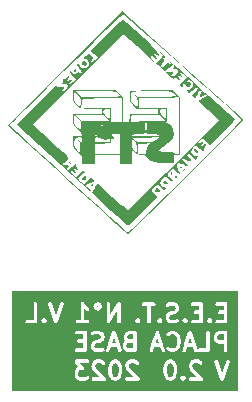
<source format=gbr>
%TF.GenerationSoftware,KiCad,Pcbnew,7.0.0-rc1-unknown-098b03e17a~164~ubuntu22.04.1*%
%TF.CreationDate,2023-01-20T19:13:20-03:00*%
%TF.ProjectId,Placa_base,506c6163-615f-4626-9173-652e6b696361,Rev. 2.0*%
%TF.SameCoordinates,Original*%
%TF.FileFunction,Legend,Bot*%
%TF.FilePolarity,Positive*%
%FSLAX46Y46*%
G04 Gerber Fmt 4.6, Leading zero omitted, Abs format (unit mm)*
G04 Created by KiCad (PCBNEW 7.0.0-rc1-unknown-098b03e17a~164~ubuntu22.04.1) date 2023-01-20 19:13:20*
%MOMM*%
%LPD*%
G01*
G04 APERTURE LIST*
%ADD10C,0.300000*%
G04 APERTURE END LIST*
D10*
G36*
X138082575Y-84118278D02*
G01*
X138119579Y-84155282D01*
X138172756Y-84261636D01*
X138235714Y-84513468D01*
X138235714Y-84833678D01*
X138172758Y-85085501D01*
X138119580Y-85191857D01*
X138082574Y-85228863D01*
X137993160Y-85273571D01*
X137921124Y-85273571D01*
X137831713Y-85228865D01*
X137794706Y-85191859D01*
X137741528Y-85085505D01*
X137678571Y-84833677D01*
X137678571Y-84513465D01*
X137741526Y-84261642D01*
X137794707Y-84155282D01*
X137831711Y-84118277D01*
X137921124Y-84073571D01*
X137993161Y-84073571D01*
X138082575Y-84118278D01*
G37*
G36*
X133425433Y-84118278D02*
G01*
X133462437Y-84155282D01*
X133515614Y-84261636D01*
X133578572Y-84513468D01*
X133578572Y-84833678D01*
X133515616Y-85085501D01*
X133462438Y-85191857D01*
X133425432Y-85228863D01*
X133336018Y-85273571D01*
X133263982Y-85273571D01*
X133174571Y-85228865D01*
X133137564Y-85191859D01*
X133084386Y-85085505D01*
X133021429Y-84833677D01*
X133021429Y-84513465D01*
X133084384Y-84261642D01*
X133137565Y-84155282D01*
X133174569Y-84118277D01*
X133263982Y-84073571D01*
X133336019Y-84073571D01*
X133425433Y-84118278D01*
G37*
G36*
X139791885Y-82415000D02*
G01*
X139493827Y-82415000D01*
X139642856Y-81967912D01*
X139791885Y-82415000D01*
G37*
G36*
X137006171Y-82415000D02*
G01*
X136708113Y-82415000D01*
X136857142Y-81967912D01*
X137006171Y-82415000D01*
G37*
G36*
X133320457Y-82415000D02*
G01*
X133022399Y-82415000D01*
X133171428Y-81967912D01*
X133320457Y-82415000D01*
G37*
G36*
X134807143Y-82843571D02*
G01*
X134421124Y-82843571D01*
X134331711Y-82798864D01*
X134294705Y-82761859D01*
X134250000Y-82672447D01*
X134250000Y-82528981D01*
X134294706Y-82439567D01*
X134323884Y-82410389D01*
X134468254Y-82362266D01*
X134473924Y-82363287D01*
X134487016Y-82357857D01*
X134807143Y-82357857D01*
X134807143Y-82843571D01*
G37*
G36*
X134807143Y-82057857D02*
G01*
X134492553Y-82057857D01*
X134403140Y-82013150D01*
X134366135Y-81976145D01*
X134321428Y-81886731D01*
X134321428Y-81814696D01*
X134366135Y-81725281D01*
X134403139Y-81688277D01*
X134492553Y-81643571D01*
X134807143Y-81643571D01*
X134807143Y-82057857D01*
G37*
G36*
X142492857Y-82129285D02*
G01*
X142106838Y-82129285D01*
X142017424Y-82084578D01*
X141980419Y-82047573D01*
X141935714Y-81958161D01*
X141935714Y-81814695D01*
X141980420Y-81725281D01*
X142017424Y-81688277D01*
X142106838Y-81643571D01*
X142492857Y-81643571D01*
X142492857Y-82129285D01*
G37*
G36*
X131845338Y-79246803D02*
G01*
X131860865Y-79277856D01*
X131845338Y-79308910D01*
X131814284Y-79324437D01*
X131783229Y-79308909D01*
X131767703Y-79277857D01*
X131783230Y-79246802D01*
X131814283Y-79231276D01*
X131845338Y-79246803D01*
G37*
G36*
X143664286Y-86414286D02*
G01*
X124585713Y-86414286D01*
X124585713Y-84797495D01*
X129858857Y-84797495D01*
X129864287Y-84810587D01*
X129864287Y-85129782D01*
X129860426Y-85165545D01*
X129874133Y-85192959D01*
X129882771Y-85222377D01*
X129893483Y-85231659D01*
X129943141Y-85330974D01*
X129948507Y-85355637D01*
X129977720Y-85384849D01*
X130005883Y-85415127D01*
X130008724Y-85415853D01*
X130037778Y-85444906D01*
X130050668Y-85466609D01*
X130087642Y-85485096D01*
X130123915Y-85504903D01*
X130126837Y-85504693D01*
X130225696Y-85554123D01*
X130255958Y-85573571D01*
X130286611Y-85573571D01*
X130316783Y-85579001D01*
X130329875Y-85573571D01*
X130720498Y-85573571D01*
X130756261Y-85577432D01*
X130783675Y-85563724D01*
X130813093Y-85555087D01*
X130822375Y-85544374D01*
X130921689Y-85494716D01*
X130946351Y-85489352D01*
X130975565Y-85460137D01*
X131005843Y-85431975D01*
X131006569Y-85429134D01*
X131064175Y-85371530D01*
X131095619Y-85313946D01*
X131089335Y-85226083D01*
X131036546Y-85155563D01*
X130954013Y-85124779D01*
X130867938Y-85143504D01*
X130782577Y-85228863D01*
X130693163Y-85273571D01*
X130335412Y-85273571D01*
X130245999Y-85228864D01*
X130208993Y-85191859D01*
X130164287Y-85102447D01*
X130164287Y-84816125D01*
X130208994Y-84726711D01*
X130245999Y-84689705D01*
X130335412Y-84645000D01*
X130470636Y-84645000D01*
X130470968Y-84645211D01*
X130514598Y-84645000D01*
X130535855Y-84645000D01*
X130536210Y-84644895D01*
X130559055Y-84644785D01*
X130577592Y-84632745D01*
X130598807Y-84626516D01*
X130613769Y-84609247D01*
X130632929Y-84596804D01*
X130642015Y-84576649D01*
X130656492Y-84559943D01*
X130659743Y-84537329D01*
X130669134Y-84516501D01*
X130665882Y-84494636D01*
X130669029Y-84472751D01*
X130659536Y-84451964D01*
X130656176Y-84429371D01*
X130641621Y-84412737D01*
X130632436Y-84392624D01*
X130613212Y-84380270D01*
X130593545Y-84357793D01*
X131286628Y-84357793D01*
X131299691Y-84396984D01*
X131311342Y-84436662D01*
X131313557Y-84438581D01*
X131369429Y-84606197D01*
X131377077Y-84641350D01*
X131398753Y-84663026D01*
X131416248Y-84688199D01*
X131429343Y-84693616D01*
X132009298Y-85273571D01*
X131421290Y-85273571D01*
X131358338Y-85292055D01*
X131300653Y-85358628D01*
X131288116Y-85445820D01*
X131324709Y-85525947D01*
X131398814Y-85573571D01*
X132333144Y-85573571D01*
X132338199Y-85576331D01*
X132376789Y-85573571D01*
X132392998Y-85573571D01*
X132398217Y-85572038D01*
X132426062Y-85570047D01*
X132439655Y-85559871D01*
X132455950Y-85555087D01*
X132474232Y-85533987D01*
X132496581Y-85517258D01*
X132502515Y-85501346D01*
X132513635Y-85488514D01*
X132517607Y-85460883D01*
X132527365Y-85434724D01*
X132523755Y-85418130D01*
X132526172Y-85401322D01*
X132514573Y-85375925D01*
X132508640Y-85348649D01*
X132496633Y-85336642D01*
X132489579Y-85321195D01*
X132466091Y-85306100D01*
X132005785Y-84845794D01*
X132715225Y-84845794D01*
X132721429Y-84870610D01*
X132721429Y-84873710D01*
X132726646Y-84891480D01*
X132790856Y-85148317D01*
X132788997Y-85165545D01*
X132801330Y-85190212D01*
X132802568Y-85195161D01*
X132810942Y-85209435D01*
X132871711Y-85330972D01*
X132877077Y-85355636D01*
X132906297Y-85384856D01*
X132934454Y-85415127D01*
X132937294Y-85415853D01*
X132966348Y-85444907D01*
X132979238Y-85466609D01*
X133016204Y-85485092D01*
X133052483Y-85504902D01*
X133055405Y-85504692D01*
X133154266Y-85554123D01*
X133184528Y-85573571D01*
X133215181Y-85573571D01*
X133245353Y-85579001D01*
X133258445Y-85573571D01*
X133363353Y-85573571D01*
X133399117Y-85577432D01*
X133426532Y-85563724D01*
X133455949Y-85555087D01*
X133465230Y-85544375D01*
X133564548Y-85494716D01*
X133589209Y-85489352D01*
X133618420Y-85460140D01*
X133648700Y-85431975D01*
X133649426Y-85429134D01*
X133678480Y-85400080D01*
X133700182Y-85387191D01*
X133718665Y-85350224D01*
X133738475Y-85313946D01*
X133738265Y-85311023D01*
X133779359Y-85228835D01*
X133791983Y-85216966D01*
X133798671Y-85190212D01*
X133800953Y-85185649D01*
X133803884Y-85169358D01*
X133868105Y-84912472D01*
X133878572Y-84896186D01*
X133878572Y-84870606D01*
X133879324Y-84867598D01*
X133878572Y-84849093D01*
X133878572Y-84519687D01*
X133884776Y-84501349D01*
X133878572Y-84476533D01*
X133878572Y-84473432D01*
X133873354Y-84455662D01*
X133848887Y-84357793D01*
X134143770Y-84357793D01*
X134156833Y-84396984D01*
X134168484Y-84436662D01*
X134170699Y-84438581D01*
X134226571Y-84606197D01*
X134234219Y-84641350D01*
X134255895Y-84663026D01*
X134273390Y-84688199D01*
X134286485Y-84693616D01*
X134866440Y-85273571D01*
X134278432Y-85273571D01*
X134215480Y-85292055D01*
X134157795Y-85358628D01*
X134145258Y-85445820D01*
X134181851Y-85525947D01*
X134255956Y-85573571D01*
X135190286Y-85573571D01*
X135195341Y-85576331D01*
X135233931Y-85573571D01*
X135250140Y-85573571D01*
X135255359Y-85572038D01*
X135283204Y-85570047D01*
X135296797Y-85559871D01*
X135313092Y-85555087D01*
X135331374Y-85533987D01*
X135353723Y-85517258D01*
X135359657Y-85501346D01*
X135370777Y-85488514D01*
X135374749Y-85460883D01*
X135384507Y-85434724D01*
X135380897Y-85418130D01*
X135383314Y-85401322D01*
X135371715Y-85375925D01*
X135365782Y-85348649D01*
X135353775Y-85336642D01*
X135346721Y-85321195D01*
X135323233Y-85306100D01*
X134862927Y-84845794D01*
X137372367Y-84845794D01*
X137378571Y-84870610D01*
X137378571Y-84873710D01*
X137383788Y-84891480D01*
X137447998Y-85148317D01*
X137446139Y-85165545D01*
X137458472Y-85190212D01*
X137459710Y-85195161D01*
X137468084Y-85209435D01*
X137528853Y-85330972D01*
X137534219Y-85355636D01*
X137563439Y-85384856D01*
X137591596Y-85415127D01*
X137594436Y-85415853D01*
X137623490Y-85444907D01*
X137636380Y-85466609D01*
X137673346Y-85485092D01*
X137709625Y-85504902D01*
X137712547Y-85504692D01*
X137811408Y-85554123D01*
X137841670Y-85573571D01*
X137872323Y-85573571D01*
X137902495Y-85579001D01*
X137915587Y-85573571D01*
X138020495Y-85573571D01*
X138056259Y-85577432D01*
X138083674Y-85563724D01*
X138113091Y-85555087D01*
X138122372Y-85544375D01*
X138221690Y-85494716D01*
X138246351Y-85489352D01*
X138275562Y-85460140D01*
X138305842Y-85431975D01*
X138306568Y-85429134D01*
X138335622Y-85400080D01*
X138357324Y-85387191D01*
X138375807Y-85350224D01*
X138380850Y-85340989D01*
X138801208Y-85340989D01*
X138808290Y-85373546D01*
X138810667Y-85406773D01*
X138817506Y-85415909D01*
X138819933Y-85427064D01*
X138843488Y-85450619D01*
X138863455Y-85477293D01*
X138874151Y-85481282D01*
X138895433Y-85502564D01*
X138897056Y-85508091D01*
X138918155Y-85526373D01*
X138934886Y-85548723D01*
X138950797Y-85554657D01*
X138963629Y-85565776D01*
X138980434Y-85568192D01*
X138995341Y-85576332D01*
X139006726Y-85575517D01*
X139017420Y-85579506D01*
X139034012Y-85575896D01*
X139050821Y-85578313D01*
X139066268Y-85571258D01*
X139083205Y-85570047D01*
X139092343Y-85563206D01*
X139103495Y-85560780D01*
X139115499Y-85548775D01*
X139130948Y-85541720D01*
X139140127Y-85527435D01*
X139153724Y-85517258D01*
X139157714Y-85506560D01*
X139198480Y-85465793D01*
X139225151Y-85445828D01*
X139236792Y-85414614D01*
X139252761Y-85385372D01*
X139251946Y-85373986D01*
X139255934Y-85363295D01*
X139248852Y-85330740D01*
X139246475Y-85297509D01*
X139239636Y-85288373D01*
X139237210Y-85277219D01*
X139213649Y-85253659D01*
X139193686Y-85226990D01*
X139182991Y-85223001D01*
X139161710Y-85201720D01*
X139160088Y-85196194D01*
X139138988Y-85177911D01*
X139122259Y-85155563D01*
X139106347Y-85149628D01*
X139093515Y-85138509D01*
X139076709Y-85136092D01*
X139061803Y-85127953D01*
X139050418Y-85128767D01*
X139039726Y-85124779D01*
X139023132Y-85128388D01*
X139006323Y-85125972D01*
X138990875Y-85133026D01*
X138973940Y-85134238D01*
X138964802Y-85141078D01*
X138953651Y-85143504D01*
X138941645Y-85155509D01*
X138926196Y-85162565D01*
X138917016Y-85176849D01*
X138903420Y-85187027D01*
X138899430Y-85197723D01*
X138858667Y-85238485D01*
X138831991Y-85258455D01*
X138820346Y-85289675D01*
X138804383Y-85318910D01*
X138805197Y-85330293D01*
X138801208Y-85340989D01*
X138380850Y-85340989D01*
X138395617Y-85313946D01*
X138395407Y-85311023D01*
X138436501Y-85228835D01*
X138449125Y-85216966D01*
X138455813Y-85190212D01*
X138458095Y-85185649D01*
X138461026Y-85169358D01*
X138525247Y-84912472D01*
X138535714Y-84896186D01*
X138535714Y-84870606D01*
X138536466Y-84867598D01*
X138535714Y-84849093D01*
X138535714Y-84519687D01*
X138541918Y-84501349D01*
X138535714Y-84476533D01*
X138535714Y-84473432D01*
X138530496Y-84455662D01*
X138506029Y-84357793D01*
X139515198Y-84357793D01*
X139528261Y-84396984D01*
X139539912Y-84436662D01*
X139542127Y-84438581D01*
X139597999Y-84606197D01*
X139605647Y-84641350D01*
X139627323Y-84663026D01*
X139644818Y-84688199D01*
X139657913Y-84693616D01*
X140237868Y-85273571D01*
X139649860Y-85273571D01*
X139586908Y-85292055D01*
X139529223Y-85358628D01*
X139516686Y-85445820D01*
X139553279Y-85525947D01*
X139627384Y-85573571D01*
X140561714Y-85573571D01*
X140566769Y-85576331D01*
X140605359Y-85573571D01*
X140621568Y-85573571D01*
X140626787Y-85572038D01*
X140654632Y-85570047D01*
X140668225Y-85559871D01*
X140684520Y-85555087D01*
X140702802Y-85533987D01*
X140725151Y-85517258D01*
X140731085Y-85501346D01*
X140742205Y-85488514D01*
X140746177Y-85460883D01*
X140755935Y-85434724D01*
X140752325Y-85418130D01*
X140754742Y-85401322D01*
X140743143Y-85375925D01*
X140737210Y-85348649D01*
X140725203Y-85336642D01*
X140718149Y-85321195D01*
X140694661Y-85306100D01*
X139873961Y-84485400D01*
X139821428Y-84327800D01*
X139821428Y-84244696D01*
X139866135Y-84155281D01*
X139903139Y-84118277D01*
X139992553Y-84073571D01*
X140278875Y-84073571D01*
X140368289Y-84118278D01*
X140437756Y-84187745D01*
X140495339Y-84219188D01*
X140583203Y-84212903D01*
X140653722Y-84160114D01*
X140684505Y-84077581D01*
X140665781Y-83991505D01*
X140603496Y-83929221D01*
X141700912Y-83929221D01*
X142206258Y-85445262D01*
X142205647Y-85462165D01*
X142219918Y-85486243D01*
X142221660Y-85491467D01*
X142230869Y-85504718D01*
X142250562Y-85537942D01*
X142255774Y-85540554D01*
X142259103Y-85545343D01*
X142294786Y-85560104D01*
X142329316Y-85577408D01*
X142335115Y-85576787D01*
X142340501Y-85579015D01*
X142378498Y-85572142D01*
X142416902Y-85568031D01*
X142421442Y-85564375D01*
X142427183Y-85563337D01*
X142455443Y-85537001D01*
X142485517Y-85512789D01*
X142487360Y-85507257D01*
X142491626Y-85503283D01*
X142501158Y-85465865D01*
X143006265Y-83950544D01*
X143008637Y-83884977D01*
X142963722Y-83809200D01*
X142884969Y-83769734D01*
X142797382Y-83779111D01*
X142728767Y-83834353D01*
X142357141Y-84949229D01*
X141992624Y-83855676D01*
X141955181Y-83801799D01*
X141873783Y-83768127D01*
X141787101Y-83783806D01*
X141722658Y-83843859D01*
X141700912Y-83929221D01*
X140603496Y-83929221D01*
X140576506Y-83902231D01*
X140563619Y-83880533D01*
X140526667Y-83862057D01*
X140490374Y-83842239D01*
X140487449Y-83842448D01*
X140388595Y-83793021D01*
X140358330Y-83773571D01*
X140327677Y-83773571D01*
X140297505Y-83768141D01*
X140284413Y-83773571D01*
X139965218Y-83773571D01*
X139929454Y-83769710D01*
X139902038Y-83783418D01*
X139872623Y-83792055D01*
X139863341Y-83802766D01*
X139764026Y-83852425D01*
X139739365Y-83857790D01*
X139710150Y-83887004D01*
X139679873Y-83915167D01*
X139679146Y-83918007D01*
X139650090Y-83947062D01*
X139628390Y-83959952D01*
X139609909Y-83996912D01*
X139590097Y-84033196D01*
X139590306Y-84036119D01*
X139540878Y-84134975D01*
X139521428Y-84165241D01*
X139521428Y-84195894D01*
X139515998Y-84226066D01*
X139521428Y-84239158D01*
X139521428Y-84333336D01*
X139515198Y-84357793D01*
X138506029Y-84357793D01*
X138466287Y-84198822D01*
X138468147Y-84181596D01*
X138455814Y-84156931D01*
X138454577Y-84151981D01*
X138446200Y-84137704D01*
X138385432Y-84016168D01*
X138380067Y-83991505D01*
X138350836Y-83962274D01*
X138322690Y-83932015D01*
X138319850Y-83931288D01*
X138290792Y-83902231D01*
X138277905Y-83880533D01*
X138240951Y-83862056D01*
X138204660Y-83842239D01*
X138201735Y-83842448D01*
X138102873Y-83793016D01*
X138072615Y-83773571D01*
X138041964Y-83773571D01*
X138011790Y-83768141D01*
X137998698Y-83773571D01*
X137893789Y-83773571D01*
X137858025Y-83769710D01*
X137830609Y-83783418D01*
X137801194Y-83792055D01*
X137791912Y-83802766D01*
X137692597Y-83852424D01*
X137667934Y-83857790D01*
X137638703Y-83887020D01*
X137608444Y-83915167D01*
X137607717Y-83918006D01*
X137578660Y-83947064D01*
X137556962Y-83959952D01*
X137538486Y-83996903D01*
X137518668Y-84033197D01*
X137518877Y-84036121D01*
X137477785Y-84118305D01*
X137465161Y-84130176D01*
X137458472Y-84156932D01*
X137456191Y-84161494D01*
X137453260Y-84177779D01*
X137389037Y-84434669D01*
X137378571Y-84450956D01*
X137378571Y-84476536D01*
X137377819Y-84479544D01*
X137378571Y-84498049D01*
X137378571Y-84827455D01*
X137372367Y-84845794D01*
X134862927Y-84845794D01*
X134502533Y-84485400D01*
X134450000Y-84327800D01*
X134450000Y-84244696D01*
X134494707Y-84155281D01*
X134531711Y-84118277D01*
X134621125Y-84073571D01*
X134907447Y-84073571D01*
X134996861Y-84118278D01*
X135066328Y-84187745D01*
X135123911Y-84219188D01*
X135211775Y-84212903D01*
X135282294Y-84160114D01*
X135313077Y-84077581D01*
X135294353Y-83991505D01*
X135205078Y-83902231D01*
X135192191Y-83880533D01*
X135155239Y-83862057D01*
X135118946Y-83842239D01*
X135116021Y-83842448D01*
X135017167Y-83793021D01*
X134986902Y-83773571D01*
X134956249Y-83773571D01*
X134926077Y-83768141D01*
X134912985Y-83773571D01*
X134593790Y-83773571D01*
X134558026Y-83769710D01*
X134530610Y-83783418D01*
X134501195Y-83792055D01*
X134491913Y-83802766D01*
X134392598Y-83852425D01*
X134367937Y-83857790D01*
X134338722Y-83887004D01*
X134308445Y-83915167D01*
X134307718Y-83918007D01*
X134278662Y-83947062D01*
X134256962Y-83959952D01*
X134238481Y-83996912D01*
X134218669Y-84033196D01*
X134218878Y-84036119D01*
X134169450Y-84134975D01*
X134150000Y-84165241D01*
X134150000Y-84195894D01*
X134144570Y-84226066D01*
X134150000Y-84239158D01*
X134150000Y-84333336D01*
X134143770Y-84357793D01*
X133848887Y-84357793D01*
X133809145Y-84198822D01*
X133811005Y-84181596D01*
X133798672Y-84156931D01*
X133797435Y-84151981D01*
X133789058Y-84137704D01*
X133728290Y-84016168D01*
X133722925Y-83991505D01*
X133693694Y-83962274D01*
X133665548Y-83932015D01*
X133662708Y-83931288D01*
X133633650Y-83902231D01*
X133620763Y-83880533D01*
X133583809Y-83862056D01*
X133547518Y-83842239D01*
X133544593Y-83842448D01*
X133445731Y-83793016D01*
X133415473Y-83773571D01*
X133384822Y-83773571D01*
X133354648Y-83768141D01*
X133341556Y-83773571D01*
X133236647Y-83773571D01*
X133200883Y-83769710D01*
X133173467Y-83783418D01*
X133144052Y-83792055D01*
X133134770Y-83802766D01*
X133035455Y-83852424D01*
X133010792Y-83857790D01*
X132981561Y-83887020D01*
X132951302Y-83915167D01*
X132950575Y-83918006D01*
X132921518Y-83947064D01*
X132899820Y-83959952D01*
X132881344Y-83996903D01*
X132861526Y-84033197D01*
X132861735Y-84036121D01*
X132820643Y-84118305D01*
X132808019Y-84130176D01*
X132801330Y-84156932D01*
X132799049Y-84161494D01*
X132796118Y-84177779D01*
X132731895Y-84434669D01*
X132721429Y-84450956D01*
X132721429Y-84476536D01*
X132720677Y-84479544D01*
X132721429Y-84498049D01*
X132721429Y-84827455D01*
X132715225Y-84845794D01*
X132005785Y-84845794D01*
X131645391Y-84485400D01*
X131592858Y-84327800D01*
X131592858Y-84244696D01*
X131637565Y-84155281D01*
X131674569Y-84118277D01*
X131763983Y-84073571D01*
X132050305Y-84073571D01*
X132139719Y-84118278D01*
X132209186Y-84187745D01*
X132266769Y-84219188D01*
X132354633Y-84212903D01*
X132425152Y-84160114D01*
X132455935Y-84077581D01*
X132437211Y-83991505D01*
X132347936Y-83902231D01*
X132335049Y-83880533D01*
X132298097Y-83862057D01*
X132261804Y-83842239D01*
X132258879Y-83842448D01*
X132160025Y-83793021D01*
X132129760Y-83773571D01*
X132099107Y-83773571D01*
X132068935Y-83768141D01*
X132055843Y-83773571D01*
X131736648Y-83773571D01*
X131700884Y-83769710D01*
X131673468Y-83783418D01*
X131644053Y-83792055D01*
X131634771Y-83802766D01*
X131535456Y-83852425D01*
X131510795Y-83857790D01*
X131481580Y-83887004D01*
X131451303Y-83915167D01*
X131450576Y-83918007D01*
X131421520Y-83947062D01*
X131399820Y-83959952D01*
X131381339Y-83996912D01*
X131361527Y-84033196D01*
X131361736Y-84036119D01*
X131312308Y-84134975D01*
X131292858Y-84165241D01*
X131292858Y-84195894D01*
X131287428Y-84226066D01*
X131292858Y-84239158D01*
X131292858Y-84333336D01*
X131286628Y-84357793D01*
X130593545Y-84357793D01*
X130344852Y-84073571D01*
X130964427Y-84073571D01*
X131027379Y-84055087D01*
X131085064Y-83988514D01*
X131097601Y-83901322D01*
X131061008Y-83821195D01*
X130986903Y-83773571D01*
X130057939Y-83773571D01*
X130057606Y-83773359D01*
X130013872Y-83773571D01*
X129992719Y-83773571D01*
X129992363Y-83773675D01*
X129969519Y-83773786D01*
X129950981Y-83785825D01*
X129929767Y-83792055D01*
X129914804Y-83809323D01*
X129895645Y-83821767D01*
X129886558Y-83841921D01*
X129872082Y-83858628D01*
X129868830Y-83881241D01*
X129859440Y-83902070D01*
X129862691Y-83923935D01*
X129859545Y-83945820D01*
X129869036Y-83966603D01*
X129872397Y-83989200D01*
X129886953Y-84005836D01*
X129896138Y-84025947D01*
X129915359Y-84038299D01*
X130207726Y-84372434D01*
X130206200Y-84374195D01*
X130106884Y-84423853D01*
X130082223Y-84429218D01*
X130053011Y-84458429D01*
X130022732Y-84486595D01*
X130022005Y-84489435D01*
X129992948Y-84518492D01*
X129971249Y-84531381D01*
X129952773Y-84568332D01*
X129932955Y-84604626D01*
X129933164Y-84607550D01*
X129883737Y-84706404D01*
X129864287Y-84736670D01*
X129864287Y-84767323D01*
X129858857Y-84797495D01*
X124585713Y-84797495D01*
X124585713Y-83015820D01*
X129873830Y-83015820D01*
X129910423Y-83095947D01*
X129984528Y-83143571D01*
X130732127Y-83143571D01*
X130765107Y-83148313D01*
X130795413Y-83134472D01*
X130827378Y-83125087D01*
X130834852Y-83116461D01*
X130845234Y-83111720D01*
X130863246Y-83083692D01*
X130885063Y-83058514D01*
X130886687Y-83047216D01*
X130892858Y-83037615D01*
X130892858Y-83004302D01*
X130897600Y-82971322D01*
X130892858Y-82960939D01*
X130892858Y-82218588D01*
X130897600Y-82185608D01*
X130892858Y-82175225D01*
X130892858Y-81548359D01*
X131230270Y-81548359D01*
X131245949Y-81635041D01*
X131306002Y-81699485D01*
X131391365Y-81721230D01*
X131624341Y-81643571D01*
X131921732Y-81643571D01*
X132011147Y-81688278D01*
X132048150Y-81725281D01*
X132092857Y-81814695D01*
X132092857Y-81886733D01*
X132048150Y-81976146D01*
X132011147Y-82013149D01*
X131904790Y-82066328D01*
X131660968Y-82127284D01*
X131643740Y-82125424D01*
X131619071Y-82137758D01*
X131614125Y-82138995D01*
X131599855Y-82147366D01*
X131478312Y-82208139D01*
X131453651Y-82213504D01*
X131424436Y-82242718D01*
X131394159Y-82270881D01*
X131393432Y-82273721D01*
X131364376Y-82302776D01*
X131342676Y-82315666D01*
X131324194Y-82352628D01*
X131304383Y-82388910D01*
X131304592Y-82391833D01*
X131255159Y-82490697D01*
X131235714Y-82520956D01*
X131235714Y-82551607D01*
X131230284Y-82581781D01*
X131235714Y-82594873D01*
X131235714Y-82699782D01*
X131231853Y-82735545D01*
X131245560Y-82762959D01*
X131254198Y-82792377D01*
X131264910Y-82801659D01*
X131314568Y-82900974D01*
X131319934Y-82925637D01*
X131349147Y-82954849D01*
X131377310Y-82985127D01*
X131380151Y-82985853D01*
X131409205Y-83014906D01*
X131422095Y-83036609D01*
X131459069Y-83055096D01*
X131495342Y-83074903D01*
X131498264Y-83074693D01*
X131597123Y-83124123D01*
X131627385Y-83143571D01*
X131658038Y-83143571D01*
X131688210Y-83149001D01*
X131701302Y-83143571D01*
X132009767Y-83143571D01*
X132034223Y-83149801D01*
X132073413Y-83136737D01*
X132113092Y-83125087D01*
X132115012Y-83122871D01*
X132310752Y-83057624D01*
X132347385Y-83032165D01*
X132519933Y-83032165D01*
X132564848Y-83107942D01*
X132643602Y-83147408D01*
X132731188Y-83138031D01*
X132799803Y-83082789D01*
X132922399Y-82715000D01*
X133420457Y-82715000D01*
X133535946Y-83061467D01*
X133573389Y-83115343D01*
X133654787Y-83149015D01*
X133741469Y-83133337D01*
X133805912Y-83073283D01*
X133827658Y-82987921D01*
X133682094Y-82551228D01*
X133683313Y-82542751D01*
X133668516Y-82510353D01*
X133944570Y-82510353D01*
X133950000Y-82523445D01*
X133950000Y-82699781D01*
X133946139Y-82735544D01*
X133959846Y-82762958D01*
X133968484Y-82792377D01*
X133979195Y-82801658D01*
X134028853Y-82900976D01*
X134034219Y-82925637D01*
X134063423Y-82954840D01*
X134091595Y-82985127D01*
X134094436Y-82985853D01*
X134123490Y-83014906D01*
X134136380Y-83036609D01*
X134173354Y-83055096D01*
X134209627Y-83074903D01*
X134212549Y-83074693D01*
X134311408Y-83124123D01*
X134341670Y-83143571D01*
X134372323Y-83143571D01*
X134402495Y-83149001D01*
X134415587Y-83143571D01*
X134946412Y-83143571D01*
X134979392Y-83148313D01*
X135009698Y-83134472D01*
X135041663Y-83125087D01*
X135049137Y-83116461D01*
X135059519Y-83111720D01*
X135077531Y-83083692D01*
X135099348Y-83058514D01*
X135100972Y-83047216D01*
X135107143Y-83037615D01*
X135107143Y-83032165D01*
X136205647Y-83032165D01*
X136250562Y-83107942D01*
X136329316Y-83147408D01*
X136416902Y-83138031D01*
X136485517Y-83082789D01*
X136608113Y-82715000D01*
X137106171Y-82715000D01*
X137221660Y-83061467D01*
X137259103Y-83115343D01*
X137340501Y-83149015D01*
X137427183Y-83133337D01*
X137491626Y-83073283D01*
X137513372Y-82987921D01*
X137463919Y-82839561D01*
X137629779Y-82839561D01*
X137648504Y-82925636D01*
X137745367Y-83022499D01*
X137767924Y-83050516D01*
X137797001Y-83060208D01*
X137823910Y-83074902D01*
X137838047Y-83073890D01*
X138006153Y-83129926D01*
X138027384Y-83143571D01*
X138068696Y-83143571D01*
X138110021Y-83145066D01*
X138112543Y-83143571D01*
X138195479Y-83143571D01*
X138219936Y-83149801D01*
X138259127Y-83136737D01*
X138298805Y-83125087D01*
X138300724Y-83122871D01*
X138468340Y-83066999D01*
X138503493Y-83059352D01*
X138525169Y-83037675D01*
X138533098Y-83032165D01*
X138991361Y-83032165D01*
X139036276Y-83107942D01*
X139115030Y-83147408D01*
X139202616Y-83138031D01*
X139271231Y-83082789D01*
X139393827Y-82715000D01*
X139891885Y-82715000D01*
X140007374Y-83061467D01*
X140044817Y-83115343D01*
X140126215Y-83149015D01*
X140212897Y-83133337D01*
X140277340Y-83073283D01*
X140285479Y-83041331D01*
X140310422Y-83095947D01*
X140384527Y-83143571D01*
X141132126Y-83143571D01*
X141165106Y-83148313D01*
X141195412Y-83134472D01*
X141227377Y-83125087D01*
X141234851Y-83116461D01*
X141245233Y-83111720D01*
X141263245Y-83083692D01*
X141285062Y-83058514D01*
X141286686Y-83047216D01*
X141292857Y-83037615D01*
X141292857Y-83004302D01*
X141297599Y-82971322D01*
X141292857Y-82960939D01*
X141292857Y-81796067D01*
X141630284Y-81796067D01*
X141635714Y-81809159D01*
X141635714Y-81985495D01*
X141631853Y-82021258D01*
X141645560Y-82048672D01*
X141654198Y-82078091D01*
X141664909Y-82087372D01*
X141714567Y-82186688D01*
X141719932Y-82211350D01*
X141749137Y-82240555D01*
X141777309Y-82270841D01*
X141780149Y-82271567D01*
X141809206Y-82300624D01*
X141822095Y-82322324D01*
X141859044Y-82340798D01*
X141895340Y-82360618D01*
X141898264Y-82360408D01*
X141997122Y-82409837D01*
X142027384Y-82429285D01*
X142058036Y-82429285D01*
X142088210Y-82434715D01*
X142101302Y-82429285D01*
X142492857Y-82429285D01*
X142492857Y-83015139D01*
X142511341Y-83078091D01*
X142577914Y-83135776D01*
X142665106Y-83148313D01*
X142745233Y-83111720D01*
X142792857Y-83037615D01*
X142792857Y-82290016D01*
X142797599Y-82257036D01*
X142792857Y-82246653D01*
X142792857Y-81504302D01*
X142797599Y-81471322D01*
X142783758Y-81441015D01*
X142774373Y-81409051D01*
X142765747Y-81401576D01*
X142761006Y-81391195D01*
X142732978Y-81373182D01*
X142707800Y-81351366D01*
X142696502Y-81349741D01*
X142686901Y-81343571D01*
X142653588Y-81343571D01*
X142620608Y-81338829D01*
X142610225Y-81343571D01*
X142079503Y-81343571D01*
X142043739Y-81339710D01*
X142016323Y-81353418D01*
X141986908Y-81362055D01*
X141977626Y-81372766D01*
X141878311Y-81422425D01*
X141853650Y-81427790D01*
X141824435Y-81457004D01*
X141794158Y-81485167D01*
X141793431Y-81488007D01*
X141764375Y-81517062D01*
X141742675Y-81529952D01*
X141724194Y-81566912D01*
X141704382Y-81603196D01*
X141704591Y-81606119D01*
X141655159Y-81704982D01*
X141635714Y-81735241D01*
X141635714Y-81765892D01*
X141630284Y-81796067D01*
X141292857Y-81796067D01*
X141292857Y-81472003D01*
X141274373Y-81409051D01*
X141207800Y-81351366D01*
X141120608Y-81338829D01*
X141040481Y-81375422D01*
X140992857Y-81449527D01*
X140992857Y-82843571D01*
X140407003Y-82843571D01*
X140344051Y-82862055D01*
X140286366Y-82928628D01*
X140284243Y-82943392D01*
X140153522Y-82551228D01*
X140154741Y-82542751D01*
X140139765Y-82509960D01*
X139793739Y-81471880D01*
X139794351Y-81454977D01*
X139780078Y-81430897D01*
X139778338Y-81425676D01*
X139769131Y-81412428D01*
X139749436Y-81379200D01*
X139744222Y-81376587D01*
X139740895Y-81371799D01*
X139705214Y-81357039D01*
X139670683Y-81339734D01*
X139664882Y-81340354D01*
X139659497Y-81338127D01*
X139621505Y-81344998D01*
X139583096Y-81349111D01*
X139578553Y-81352767D01*
X139572815Y-81353806D01*
X139544558Y-81380137D01*
X139514481Y-81404353D01*
X139512637Y-81409884D01*
X139508372Y-81413859D01*
X139498839Y-81451276D01*
X139152833Y-82489295D01*
X139143509Y-82500057D01*
X139139156Y-82530326D01*
X138993733Y-82966598D01*
X138991361Y-83032165D01*
X138533098Y-83032165D01*
X138550342Y-83020181D01*
X138555759Y-83007085D01*
X138664193Y-82898651D01*
X138685895Y-82885762D01*
X138704380Y-82848791D01*
X138724188Y-82812516D01*
X138723979Y-82809593D01*
X138765072Y-82727406D01*
X138777696Y-82715537D01*
X138784384Y-82688783D01*
X138786666Y-82684220D01*
X138789597Y-82667929D01*
X138853818Y-82411044D01*
X138864285Y-82394758D01*
X138864285Y-82369178D01*
X138865037Y-82366170D01*
X138864285Y-82347665D01*
X138864285Y-82161115D01*
X138870489Y-82142777D01*
X138864285Y-82117961D01*
X138864285Y-82114860D01*
X138859066Y-82097086D01*
X138794857Y-81840253D01*
X138796718Y-81823025D01*
X138784383Y-81798356D01*
X138783147Y-81793410D01*
X138774775Y-81779140D01*
X138714003Y-81657597D01*
X138708638Y-81632935D01*
X138679417Y-81603714D01*
X138651261Y-81573444D01*
X138648420Y-81572717D01*
X138540347Y-81464644D01*
X138517789Y-81436625D01*
X138488708Y-81426931D01*
X138461802Y-81412239D01*
X138447664Y-81413250D01*
X138279560Y-81357215D01*
X138258329Y-81343571D01*
X138217016Y-81343571D01*
X138175692Y-81342076D01*
X138173170Y-81343571D01*
X138090232Y-81343571D01*
X138065777Y-81337341D01*
X138026584Y-81350405D01*
X137986908Y-81362055D01*
X137984988Y-81364270D01*
X137817367Y-81420144D01*
X137782219Y-81427790D01*
X137760543Y-81449466D01*
X137735370Y-81466961D01*
X137729952Y-81480056D01*
X137664397Y-81545613D01*
X137632953Y-81603197D01*
X137639238Y-81691060D01*
X137692027Y-81761580D01*
X137774561Y-81792363D01*
X137860636Y-81773638D01*
X137938169Y-81696104D01*
X138095769Y-81643571D01*
X138189944Y-81643571D01*
X138347544Y-81696105D01*
X138448150Y-81796711D01*
X138501328Y-81903065D01*
X138564285Y-82154892D01*
X138564285Y-82332250D01*
X138501329Y-82584072D01*
X138448151Y-82690430D01*
X138347543Y-82791037D01*
X138189943Y-82843571D01*
X138095771Y-82843571D01*
X137938169Y-82791037D01*
X137876529Y-82729397D01*
X137818945Y-82697953D01*
X137731082Y-82704238D01*
X137660562Y-82757027D01*
X137629779Y-82839561D01*
X137463919Y-82839561D01*
X137367808Y-82551228D01*
X137369027Y-82542751D01*
X137354051Y-82509960D01*
X137008025Y-81471880D01*
X137008637Y-81454977D01*
X136994364Y-81430897D01*
X136992624Y-81425676D01*
X136983417Y-81412428D01*
X136963722Y-81379200D01*
X136958508Y-81376587D01*
X136955181Y-81371799D01*
X136919500Y-81357039D01*
X136884969Y-81339734D01*
X136879168Y-81340354D01*
X136873783Y-81338127D01*
X136835791Y-81344998D01*
X136797382Y-81349111D01*
X136792839Y-81352767D01*
X136787101Y-81353806D01*
X136758844Y-81380137D01*
X136728767Y-81404353D01*
X136726923Y-81409884D01*
X136722658Y-81413859D01*
X136713125Y-81451276D01*
X136367119Y-82489295D01*
X136357795Y-82500057D01*
X136353442Y-82530326D01*
X136208019Y-82966598D01*
X136205647Y-83032165D01*
X135107143Y-83032165D01*
X135107143Y-83004302D01*
X135111885Y-82971322D01*
X135107143Y-82960939D01*
X135107143Y-82218588D01*
X135111885Y-82185608D01*
X135107143Y-82175225D01*
X135107143Y-81504302D01*
X135111885Y-81471322D01*
X135098044Y-81441015D01*
X135088659Y-81409051D01*
X135080033Y-81401576D01*
X135075292Y-81391195D01*
X135047264Y-81373182D01*
X135022086Y-81351366D01*
X135010788Y-81349741D01*
X135001187Y-81343571D01*
X134967874Y-81343571D01*
X134934894Y-81338829D01*
X134924511Y-81343571D01*
X134465218Y-81343571D01*
X134429454Y-81339710D01*
X134402038Y-81353418D01*
X134372623Y-81362055D01*
X134363341Y-81372766D01*
X134264026Y-81422425D01*
X134239365Y-81427790D01*
X134210150Y-81457004D01*
X134179873Y-81485167D01*
X134179146Y-81488007D01*
X134150090Y-81517062D01*
X134128390Y-81529952D01*
X134109909Y-81566912D01*
X134090097Y-81603196D01*
X134090306Y-81606119D01*
X134040878Y-81704975D01*
X134021428Y-81735241D01*
X134021428Y-81765894D01*
X134015998Y-81796066D01*
X134021428Y-81809158D01*
X134021428Y-81914066D01*
X134017567Y-81949830D01*
X134031274Y-81977245D01*
X134039912Y-82006662D01*
X134050623Y-82015943D01*
X134100283Y-82115263D01*
X134105648Y-82139923D01*
X134134852Y-82169126D01*
X134136293Y-82170676D01*
X134121086Y-82181245D01*
X134115667Y-82194342D01*
X134078660Y-82231349D01*
X134056961Y-82244238D01*
X134038485Y-82281189D01*
X134018667Y-82317483D01*
X134018876Y-82320407D01*
X133969445Y-82419268D01*
X133950000Y-82449527D01*
X133950000Y-82480178D01*
X133944570Y-82510353D01*
X133668516Y-82510353D01*
X133668337Y-82509960D01*
X133322311Y-81471880D01*
X133322923Y-81454977D01*
X133308650Y-81430897D01*
X133306910Y-81425676D01*
X133297703Y-81412428D01*
X133278008Y-81379200D01*
X133272794Y-81376587D01*
X133269467Y-81371799D01*
X133233786Y-81357039D01*
X133199255Y-81339734D01*
X133193454Y-81340354D01*
X133188069Y-81338127D01*
X133150077Y-81344998D01*
X133111668Y-81349111D01*
X133107125Y-81352767D01*
X133101387Y-81353806D01*
X133073130Y-81380137D01*
X133043053Y-81404353D01*
X133041209Y-81409884D01*
X133036944Y-81413859D01*
X133027411Y-81451276D01*
X132681405Y-82489295D01*
X132672081Y-82500057D01*
X132667728Y-82530326D01*
X132522305Y-82966598D01*
X132519933Y-83032165D01*
X132347385Y-83032165D01*
X132364629Y-83020181D01*
X132398301Y-82938783D01*
X132382622Y-82852101D01*
X132322568Y-82787658D01*
X132237206Y-82765912D01*
X132004230Y-82843571D01*
X131706839Y-82843571D01*
X131617426Y-82798864D01*
X131580420Y-82761859D01*
X131535714Y-82672447D01*
X131535714Y-82600410D01*
X131580421Y-82510994D01*
X131617425Y-82473991D01*
X131723780Y-82420813D01*
X131967602Y-82359858D01*
X131984831Y-82361718D01*
X132009498Y-82349384D01*
X132014447Y-82348147D01*
X132028719Y-82339773D01*
X132150259Y-82279002D01*
X132174921Y-82273638D01*
X132204135Y-82244423D01*
X132234413Y-82216261D01*
X132235139Y-82213420D01*
X132264194Y-82184365D01*
X132285897Y-82171476D01*
X132304383Y-82134501D01*
X132324189Y-82098232D01*
X132323979Y-82095308D01*
X132373410Y-81996445D01*
X132392857Y-81966186D01*
X132392857Y-81935534D01*
X132398287Y-81905360D01*
X132392857Y-81892268D01*
X132392857Y-81787361D01*
X132396718Y-81751598D01*
X132383010Y-81724183D01*
X132374373Y-81694765D01*
X132363661Y-81685483D01*
X132314003Y-81586165D01*
X132308638Y-81561505D01*
X132279430Y-81532297D01*
X132251262Y-81502015D01*
X132248421Y-81501288D01*
X132219363Y-81472231D01*
X132206476Y-81450533D01*
X132169526Y-81432058D01*
X132133230Y-81412239D01*
X132130306Y-81412448D01*
X132031452Y-81363021D01*
X132001187Y-81343571D01*
X131970534Y-81343571D01*
X131940362Y-81338141D01*
X131927270Y-81343571D01*
X131618804Y-81343571D01*
X131594349Y-81337341D01*
X131555156Y-81350405D01*
X131515480Y-81362055D01*
X131513560Y-81364270D01*
X131317818Y-81429518D01*
X131263942Y-81466961D01*
X131230270Y-81548359D01*
X130892858Y-81548359D01*
X130892858Y-81504302D01*
X130897600Y-81471322D01*
X130883759Y-81441015D01*
X130874374Y-81409051D01*
X130865748Y-81401576D01*
X130861007Y-81391195D01*
X130832979Y-81373182D01*
X130807801Y-81351366D01*
X130796503Y-81349741D01*
X130786902Y-81343571D01*
X130753589Y-81343571D01*
X130720609Y-81338829D01*
X130710226Y-81343571D01*
X130007004Y-81343571D01*
X129944052Y-81362055D01*
X129886367Y-81428628D01*
X129873830Y-81515820D01*
X129910423Y-81595947D01*
X129984528Y-81643571D01*
X130592858Y-81643571D01*
X130592858Y-82057857D01*
X130221290Y-82057857D01*
X130158338Y-82076341D01*
X130100653Y-82142914D01*
X130088116Y-82230106D01*
X130124709Y-82310233D01*
X130198814Y-82357857D01*
X130592858Y-82357857D01*
X130592858Y-82843571D01*
X130007004Y-82843571D01*
X129944052Y-82862055D01*
X129886367Y-82928628D01*
X129873830Y-83015820D01*
X124585713Y-83015820D01*
X124585713Y-80585820D01*
X125688114Y-80585820D01*
X125724707Y-80665947D01*
X125798812Y-80713571D01*
X126546411Y-80713571D01*
X126579391Y-80718313D01*
X126609697Y-80704472D01*
X126641662Y-80695087D01*
X126649136Y-80686461D01*
X126659518Y-80681720D01*
X126677530Y-80653692D01*
X126699347Y-80628514D01*
X126700971Y-80617216D01*
X126707142Y-80607615D01*
X126707142Y-80574302D01*
X126711884Y-80541322D01*
X126707142Y-80530939D01*
X126707142Y-80480989D01*
X127044064Y-80480989D01*
X127051146Y-80513546D01*
X127053523Y-80546773D01*
X127060362Y-80555909D01*
X127062789Y-80567064D01*
X127086344Y-80590619D01*
X127106311Y-80617293D01*
X127117007Y-80621282D01*
X127138289Y-80642564D01*
X127139912Y-80648091D01*
X127161011Y-80666373D01*
X127177742Y-80688723D01*
X127193653Y-80694657D01*
X127206485Y-80705776D01*
X127223290Y-80708192D01*
X127238197Y-80716332D01*
X127249582Y-80715517D01*
X127260276Y-80719506D01*
X127276868Y-80715896D01*
X127293677Y-80718313D01*
X127309124Y-80711258D01*
X127326061Y-80710047D01*
X127335199Y-80703206D01*
X127346351Y-80700780D01*
X127358355Y-80688775D01*
X127373804Y-80681720D01*
X127382983Y-80667435D01*
X127396580Y-80657258D01*
X127400570Y-80646560D01*
X127441336Y-80605793D01*
X127468007Y-80585828D01*
X127479648Y-80554614D01*
X127495617Y-80525372D01*
X127494802Y-80513986D01*
X127498790Y-80503295D01*
X127491708Y-80470740D01*
X127489331Y-80437509D01*
X127482492Y-80428373D01*
X127480066Y-80417219D01*
X127456505Y-80393659D01*
X127436542Y-80366990D01*
X127425847Y-80363001D01*
X127404566Y-80341720D01*
X127402944Y-80336194D01*
X127381844Y-80317911D01*
X127365115Y-80295563D01*
X127349203Y-80289628D01*
X127336371Y-80278509D01*
X127319565Y-80276092D01*
X127304659Y-80267953D01*
X127293274Y-80268767D01*
X127282582Y-80264779D01*
X127265988Y-80268388D01*
X127249179Y-80265972D01*
X127233731Y-80273026D01*
X127216796Y-80274238D01*
X127207658Y-80281078D01*
X127196507Y-80283504D01*
X127184501Y-80295509D01*
X127169052Y-80302565D01*
X127159872Y-80316849D01*
X127146276Y-80327027D01*
X127142286Y-80337723D01*
X127101523Y-80378485D01*
X127074847Y-80398455D01*
X127063202Y-80429675D01*
X127047239Y-80458910D01*
X127048053Y-80470293D01*
X127044064Y-80480989D01*
X126707142Y-80480989D01*
X126707142Y-79069221D01*
X127615197Y-79069221D01*
X128120543Y-80585262D01*
X128119932Y-80602165D01*
X128134203Y-80626243D01*
X128135945Y-80631467D01*
X128145154Y-80644718D01*
X128164847Y-80677942D01*
X128170059Y-80680554D01*
X128173388Y-80685343D01*
X128209071Y-80700104D01*
X128243601Y-80717408D01*
X128249400Y-80716787D01*
X128254786Y-80719015D01*
X128292783Y-80712142D01*
X128331187Y-80708031D01*
X128335727Y-80704375D01*
X128341468Y-80703337D01*
X128369728Y-80677001D01*
X128399802Y-80652789D01*
X128401645Y-80647257D01*
X128405911Y-80643283D01*
X128415443Y-80605865D01*
X128422125Y-80585820D01*
X129945256Y-80585820D01*
X129981849Y-80665947D01*
X130055954Y-80713571D01*
X130517839Y-80713571D01*
X130550819Y-80718313D01*
X130561202Y-80713571D01*
X130978709Y-80713571D01*
X131041661Y-80695087D01*
X131099346Y-80628514D01*
X131107514Y-80571705D01*
X132586734Y-80571705D01*
X132600033Y-80609582D01*
X132611340Y-80648091D01*
X132614521Y-80650847D01*
X132615916Y-80654819D01*
X132647578Y-80679491D01*
X132677913Y-80705776D01*
X132682078Y-80706374D01*
X132685400Y-80708963D01*
X132725381Y-80712601D01*
X132765105Y-80718313D01*
X132768933Y-80716564D01*
X132773125Y-80716946D01*
X132808716Y-80698396D01*
X132845232Y-80681720D01*
X132847507Y-80678178D01*
X132851241Y-80676233D01*
X132871158Y-80641376D01*
X132892856Y-80607615D01*
X132892856Y-80603407D01*
X133449999Y-79628405D01*
X133449999Y-80585139D01*
X133468483Y-80648091D01*
X133535056Y-80705776D01*
X133622248Y-80718313D01*
X133702375Y-80681720D01*
X133749999Y-80607615D01*
X133749999Y-80480989D01*
X134986921Y-80480989D01*
X134994003Y-80513546D01*
X134996380Y-80546773D01*
X135003219Y-80555909D01*
X135005646Y-80567064D01*
X135029201Y-80590619D01*
X135049168Y-80617293D01*
X135059864Y-80621282D01*
X135081146Y-80642564D01*
X135082769Y-80648091D01*
X135103868Y-80666373D01*
X135120599Y-80688723D01*
X135136510Y-80694657D01*
X135149342Y-80705776D01*
X135166147Y-80708192D01*
X135181054Y-80716332D01*
X135192439Y-80715517D01*
X135203133Y-80719506D01*
X135219725Y-80715896D01*
X135236534Y-80718313D01*
X135251981Y-80711258D01*
X135268918Y-80710047D01*
X135278056Y-80703206D01*
X135289208Y-80700780D01*
X135301212Y-80688775D01*
X135316661Y-80681720D01*
X135325840Y-80667435D01*
X135339437Y-80657258D01*
X135343427Y-80646560D01*
X135384193Y-80605793D01*
X135410864Y-80585828D01*
X135422505Y-80554614D01*
X135438474Y-80525372D01*
X135437659Y-80513986D01*
X135441647Y-80503295D01*
X135434565Y-80470740D01*
X135432188Y-80437509D01*
X135425349Y-80428373D01*
X135422923Y-80417219D01*
X135399362Y-80393659D01*
X135379399Y-80366990D01*
X135368704Y-80363001D01*
X135347423Y-80341720D01*
X135345801Y-80336194D01*
X135324701Y-80317911D01*
X135307972Y-80295563D01*
X135292060Y-80289628D01*
X135279228Y-80278509D01*
X135262422Y-80276092D01*
X135247516Y-80267953D01*
X135236131Y-80268767D01*
X135225439Y-80264779D01*
X135208845Y-80268388D01*
X135192036Y-80265972D01*
X135176588Y-80273026D01*
X135159653Y-80274238D01*
X135150515Y-80281078D01*
X135139364Y-80283504D01*
X135127358Y-80295509D01*
X135111909Y-80302565D01*
X135102729Y-80316849D01*
X135089133Y-80327027D01*
X135085143Y-80337723D01*
X135044380Y-80378485D01*
X135017704Y-80398455D01*
X135006059Y-80429675D01*
X134990096Y-80458910D01*
X134990910Y-80470293D01*
X134986921Y-80480989D01*
X133749999Y-80480989D01*
X133749999Y-79085820D01*
X135559543Y-79085820D01*
X135596136Y-79165947D01*
X135670241Y-79213571D01*
X135992856Y-79213571D01*
X135992856Y-80585139D01*
X136011340Y-80648091D01*
X136077913Y-80705776D01*
X136165105Y-80718313D01*
X136245232Y-80681720D01*
X136292856Y-80607615D01*
X136292856Y-80480989D01*
X136844064Y-80480989D01*
X136851146Y-80513546D01*
X136853523Y-80546773D01*
X136860362Y-80555909D01*
X136862789Y-80567064D01*
X136886344Y-80590619D01*
X136906311Y-80617293D01*
X136917007Y-80621282D01*
X136938289Y-80642564D01*
X136939912Y-80648091D01*
X136961011Y-80666373D01*
X136977742Y-80688723D01*
X136993653Y-80694657D01*
X137006485Y-80705776D01*
X137023290Y-80708192D01*
X137038197Y-80716332D01*
X137049582Y-80715517D01*
X137060276Y-80719506D01*
X137076868Y-80715896D01*
X137093677Y-80718313D01*
X137109124Y-80711258D01*
X137126061Y-80710047D01*
X137135199Y-80703206D01*
X137146351Y-80700780D01*
X137158355Y-80688775D01*
X137173804Y-80681720D01*
X137182983Y-80667435D01*
X137196580Y-80657258D01*
X137200570Y-80646560D01*
X137241336Y-80605793D01*
X137268007Y-80585828D01*
X137279648Y-80554614D01*
X137295617Y-80525372D01*
X137294802Y-80513986D01*
X137298790Y-80503295D01*
X137291708Y-80470740D01*
X137289331Y-80437509D01*
X137282492Y-80428373D01*
X137280066Y-80417219D01*
X137256505Y-80393659D01*
X137236542Y-80366990D01*
X137225847Y-80363001D01*
X137204566Y-80341720D01*
X137202944Y-80336194D01*
X137181844Y-80317911D01*
X137165115Y-80295563D01*
X137149203Y-80289628D01*
X137136371Y-80278509D01*
X137119565Y-80276092D01*
X137104659Y-80267953D01*
X137093274Y-80268767D01*
X137082582Y-80264779D01*
X137065988Y-80268388D01*
X137049179Y-80265972D01*
X137033731Y-80273026D01*
X137016796Y-80274238D01*
X137007658Y-80281078D01*
X136996507Y-80283504D01*
X136984501Y-80295509D01*
X136969052Y-80302565D01*
X136959872Y-80316849D01*
X136946276Y-80327027D01*
X136942286Y-80337723D01*
X136901523Y-80378485D01*
X136874847Y-80398455D01*
X136863202Y-80429675D01*
X136847239Y-80458910D01*
X136848053Y-80470293D01*
X136844064Y-80480989D01*
X136292856Y-80480989D01*
X136292856Y-79213571D01*
X136592995Y-79213571D01*
X136655947Y-79195087D01*
X136713632Y-79128514D01*
X136715092Y-79118359D01*
X137558840Y-79118359D01*
X137574519Y-79205041D01*
X137634572Y-79269485D01*
X137719935Y-79291230D01*
X137952911Y-79213571D01*
X138250302Y-79213571D01*
X138339717Y-79258278D01*
X138376720Y-79295281D01*
X138421427Y-79384695D01*
X138421427Y-79456733D01*
X138376720Y-79546146D01*
X138339717Y-79583149D01*
X138233360Y-79636328D01*
X137989538Y-79697284D01*
X137972310Y-79695424D01*
X137947641Y-79707758D01*
X137942695Y-79708995D01*
X137928425Y-79717366D01*
X137806882Y-79778139D01*
X137782221Y-79783504D01*
X137753006Y-79812718D01*
X137722729Y-79840881D01*
X137722002Y-79843721D01*
X137692946Y-79872776D01*
X137671246Y-79885666D01*
X137652764Y-79922628D01*
X137632953Y-79958910D01*
X137633162Y-79961833D01*
X137583729Y-80060697D01*
X137564284Y-80090956D01*
X137564284Y-80121607D01*
X137558854Y-80151781D01*
X137564284Y-80164873D01*
X137564284Y-80269782D01*
X137560423Y-80305545D01*
X137574130Y-80332959D01*
X137582768Y-80362377D01*
X137593480Y-80371659D01*
X137643138Y-80470974D01*
X137648504Y-80495637D01*
X137677717Y-80524849D01*
X137705880Y-80555127D01*
X137708721Y-80555853D01*
X137737775Y-80584906D01*
X137750665Y-80606609D01*
X137787639Y-80625096D01*
X137823912Y-80644903D01*
X137826834Y-80644693D01*
X137925693Y-80694123D01*
X137955955Y-80713571D01*
X137986608Y-80713571D01*
X138016780Y-80719001D01*
X138029872Y-80713571D01*
X138338337Y-80713571D01*
X138362793Y-80719801D01*
X138401983Y-80706737D01*
X138441662Y-80695087D01*
X138443582Y-80692871D01*
X138639322Y-80627624D01*
X138693199Y-80590181D01*
X138726871Y-80508783D01*
X138721844Y-80480989D01*
X138986921Y-80480989D01*
X138994003Y-80513546D01*
X138996380Y-80546773D01*
X139003219Y-80555909D01*
X139005646Y-80567064D01*
X139029201Y-80590619D01*
X139049168Y-80617293D01*
X139059864Y-80621282D01*
X139081146Y-80642564D01*
X139082769Y-80648091D01*
X139103868Y-80666373D01*
X139120599Y-80688723D01*
X139136510Y-80694657D01*
X139149342Y-80705776D01*
X139166147Y-80708192D01*
X139181054Y-80716332D01*
X139192439Y-80715517D01*
X139203133Y-80719506D01*
X139219725Y-80715896D01*
X139236534Y-80718313D01*
X139251981Y-80711258D01*
X139268918Y-80710047D01*
X139278056Y-80703206D01*
X139289208Y-80700780D01*
X139301212Y-80688775D01*
X139316661Y-80681720D01*
X139325840Y-80667435D01*
X139339437Y-80657258D01*
X139343427Y-80646560D01*
X139384193Y-80605793D01*
X139410864Y-80585828D01*
X139410867Y-80585820D01*
X139702400Y-80585820D01*
X139738993Y-80665947D01*
X139813098Y-80713571D01*
X140560697Y-80713571D01*
X140593677Y-80718313D01*
X140623983Y-80704472D01*
X140655948Y-80695087D01*
X140663422Y-80686461D01*
X140673804Y-80681720D01*
X140691816Y-80653692D01*
X140713633Y-80628514D01*
X140715257Y-80617216D01*
X140721428Y-80607615D01*
X140721428Y-80574302D01*
X140726170Y-80541322D01*
X140721428Y-80530939D01*
X140721428Y-80480989D01*
X141058350Y-80480989D01*
X141065432Y-80513546D01*
X141067809Y-80546773D01*
X141074648Y-80555909D01*
X141077075Y-80567064D01*
X141100630Y-80590619D01*
X141120597Y-80617293D01*
X141131293Y-80621282D01*
X141152575Y-80642564D01*
X141154198Y-80648091D01*
X141175297Y-80666373D01*
X141192028Y-80688723D01*
X141207939Y-80694657D01*
X141220771Y-80705776D01*
X141237576Y-80708192D01*
X141252483Y-80716332D01*
X141263868Y-80715517D01*
X141274562Y-80719506D01*
X141291154Y-80715896D01*
X141307963Y-80718313D01*
X141323410Y-80711258D01*
X141340347Y-80710047D01*
X141349485Y-80703206D01*
X141360637Y-80700780D01*
X141372641Y-80688775D01*
X141388090Y-80681720D01*
X141397269Y-80667435D01*
X141410866Y-80657258D01*
X141414856Y-80646560D01*
X141455622Y-80605793D01*
X141482293Y-80585828D01*
X141482296Y-80585820D01*
X141773829Y-80585820D01*
X141810422Y-80665947D01*
X141884527Y-80713571D01*
X142632126Y-80713571D01*
X142665106Y-80718313D01*
X142695412Y-80704472D01*
X142727377Y-80695087D01*
X142734851Y-80686461D01*
X142745233Y-80681720D01*
X142763245Y-80653692D01*
X142785062Y-80628514D01*
X142786686Y-80617216D01*
X142792857Y-80607615D01*
X142792857Y-80574302D01*
X142797599Y-80541322D01*
X142792857Y-80530939D01*
X142792857Y-79788588D01*
X142797599Y-79755608D01*
X142792857Y-79745225D01*
X142792857Y-79074302D01*
X142797599Y-79041322D01*
X142783758Y-79011015D01*
X142774373Y-78979051D01*
X142765747Y-78971576D01*
X142761006Y-78961195D01*
X142732978Y-78943182D01*
X142707800Y-78921366D01*
X142696502Y-78919741D01*
X142686901Y-78913571D01*
X142653588Y-78913571D01*
X142620608Y-78908829D01*
X142610225Y-78913571D01*
X141907003Y-78913571D01*
X141844051Y-78932055D01*
X141786366Y-78998628D01*
X141773829Y-79085820D01*
X141810422Y-79165947D01*
X141884527Y-79213571D01*
X142492857Y-79213571D01*
X142492857Y-79627857D01*
X142121289Y-79627857D01*
X142058337Y-79646341D01*
X142000652Y-79712914D01*
X141988115Y-79800106D01*
X142024708Y-79880233D01*
X142098813Y-79927857D01*
X142492857Y-79927857D01*
X142492857Y-80413571D01*
X141907003Y-80413571D01*
X141844051Y-80432055D01*
X141786366Y-80498628D01*
X141773829Y-80585820D01*
X141482296Y-80585820D01*
X141493934Y-80554614D01*
X141509903Y-80525372D01*
X141509088Y-80513986D01*
X141513076Y-80503295D01*
X141505994Y-80470740D01*
X141503617Y-80437509D01*
X141496778Y-80428373D01*
X141494352Y-80417219D01*
X141470791Y-80393659D01*
X141450828Y-80366990D01*
X141440133Y-80363001D01*
X141418852Y-80341720D01*
X141417230Y-80336194D01*
X141396130Y-80317911D01*
X141379401Y-80295563D01*
X141363489Y-80289628D01*
X141350657Y-80278509D01*
X141333851Y-80276092D01*
X141318945Y-80267953D01*
X141307560Y-80268767D01*
X141296868Y-80264779D01*
X141280274Y-80268388D01*
X141263465Y-80265972D01*
X141248017Y-80273026D01*
X141231082Y-80274238D01*
X141221944Y-80281078D01*
X141210793Y-80283504D01*
X141198787Y-80295509D01*
X141183338Y-80302565D01*
X141174158Y-80316849D01*
X141160562Y-80327027D01*
X141156572Y-80337723D01*
X141115809Y-80378485D01*
X141089133Y-80398455D01*
X141077488Y-80429675D01*
X141061525Y-80458910D01*
X141062339Y-80470293D01*
X141058350Y-80480989D01*
X140721428Y-80480989D01*
X140721428Y-79788588D01*
X140726170Y-79755608D01*
X140721428Y-79745225D01*
X140721428Y-79074302D01*
X140726170Y-79041322D01*
X140712329Y-79011015D01*
X140702944Y-78979051D01*
X140694318Y-78971576D01*
X140689577Y-78961195D01*
X140661549Y-78943182D01*
X140636371Y-78921366D01*
X140625073Y-78919741D01*
X140615472Y-78913571D01*
X140582159Y-78913571D01*
X140549179Y-78908829D01*
X140538796Y-78913571D01*
X139835574Y-78913571D01*
X139772622Y-78932055D01*
X139714937Y-78998628D01*
X139702400Y-79085820D01*
X139738993Y-79165947D01*
X139813098Y-79213571D01*
X140421428Y-79213571D01*
X140421428Y-79627857D01*
X140049860Y-79627857D01*
X139986908Y-79646341D01*
X139929223Y-79712914D01*
X139916686Y-79800106D01*
X139953279Y-79880233D01*
X140027384Y-79927857D01*
X140421428Y-79927857D01*
X140421428Y-80413571D01*
X139835574Y-80413571D01*
X139772622Y-80432055D01*
X139714937Y-80498628D01*
X139702400Y-80585820D01*
X139410867Y-80585820D01*
X139422505Y-80554614D01*
X139438474Y-80525372D01*
X139437659Y-80513986D01*
X139441647Y-80503295D01*
X139434565Y-80470740D01*
X139432188Y-80437509D01*
X139425349Y-80428373D01*
X139422923Y-80417219D01*
X139399362Y-80393659D01*
X139379399Y-80366990D01*
X139368704Y-80363001D01*
X139347423Y-80341720D01*
X139345801Y-80336194D01*
X139324701Y-80317911D01*
X139307972Y-80295563D01*
X139292060Y-80289628D01*
X139279228Y-80278509D01*
X139262422Y-80276092D01*
X139247516Y-80267953D01*
X139236131Y-80268767D01*
X139225439Y-80264779D01*
X139208845Y-80268388D01*
X139192036Y-80265972D01*
X139176588Y-80273026D01*
X139159653Y-80274238D01*
X139150515Y-80281078D01*
X139139364Y-80283504D01*
X139127358Y-80295509D01*
X139111909Y-80302565D01*
X139102729Y-80316849D01*
X139089133Y-80327027D01*
X139085143Y-80337723D01*
X139044380Y-80378485D01*
X139017704Y-80398455D01*
X139006059Y-80429675D01*
X138990096Y-80458910D01*
X138990910Y-80470293D01*
X138986921Y-80480989D01*
X138721844Y-80480989D01*
X138711192Y-80422101D01*
X138651138Y-80357658D01*
X138565776Y-80335912D01*
X138332800Y-80413571D01*
X138035409Y-80413571D01*
X137945996Y-80368864D01*
X137908990Y-80331859D01*
X137864284Y-80242447D01*
X137864284Y-80170410D01*
X137908991Y-80080994D01*
X137945995Y-80043991D01*
X138052350Y-79990813D01*
X138296172Y-79929858D01*
X138313401Y-79931718D01*
X138338068Y-79919384D01*
X138343017Y-79918147D01*
X138357289Y-79909773D01*
X138478829Y-79849002D01*
X138503491Y-79843638D01*
X138532705Y-79814423D01*
X138562983Y-79786261D01*
X138563709Y-79783420D01*
X138592764Y-79754365D01*
X138614467Y-79741476D01*
X138632953Y-79704501D01*
X138652759Y-79668232D01*
X138652549Y-79665308D01*
X138701980Y-79566445D01*
X138721427Y-79536186D01*
X138721427Y-79505534D01*
X138726857Y-79475360D01*
X138721427Y-79462268D01*
X138721427Y-79357361D01*
X138725288Y-79321598D01*
X138711580Y-79294183D01*
X138702943Y-79264765D01*
X138692231Y-79255483D01*
X138642573Y-79156165D01*
X138637208Y-79131505D01*
X138608000Y-79102297D01*
X138579832Y-79072015D01*
X138576991Y-79071288D01*
X138547933Y-79042231D01*
X138535046Y-79020533D01*
X138498096Y-79002058D01*
X138461800Y-78982239D01*
X138458876Y-78982448D01*
X138360022Y-78933021D01*
X138329757Y-78913571D01*
X138299104Y-78913571D01*
X138268932Y-78908141D01*
X138255840Y-78913571D01*
X137947374Y-78913571D01*
X137922919Y-78907341D01*
X137883726Y-78920405D01*
X137844050Y-78932055D01*
X137842130Y-78934270D01*
X137646388Y-78999518D01*
X137592512Y-79036961D01*
X137558840Y-79118359D01*
X136715092Y-79118359D01*
X136726169Y-79041322D01*
X136689576Y-78961195D01*
X136615471Y-78913571D01*
X136153587Y-78913571D01*
X136120607Y-78908829D01*
X136110224Y-78913571D01*
X135692717Y-78913571D01*
X135629765Y-78932055D01*
X135572080Y-78998628D01*
X135559543Y-79085820D01*
X133749999Y-79085820D01*
X133749999Y-79081170D01*
X133756121Y-79055437D01*
X133742821Y-79017559D01*
X133731515Y-78979051D01*
X133728333Y-78976294D01*
X133726939Y-78972323D01*
X133695271Y-78947646D01*
X133664942Y-78921366D01*
X133660777Y-78920767D01*
X133657455Y-78918178D01*
X133617462Y-78914539D01*
X133577750Y-78908829D01*
X133573921Y-78910577D01*
X133569730Y-78910196D01*
X133534141Y-78928744D01*
X133497623Y-78945422D01*
X133495346Y-78948964D01*
X133491615Y-78950909D01*
X133471704Y-78985751D01*
X133449999Y-79019527D01*
X133449999Y-79023737D01*
X132892856Y-79998737D01*
X132892856Y-79042003D01*
X132874372Y-78979051D01*
X132807799Y-78921366D01*
X132720607Y-78908829D01*
X132640480Y-78945422D01*
X132592856Y-79019527D01*
X132592856Y-80545972D01*
X132586734Y-80571705D01*
X131107514Y-80571705D01*
X131111883Y-80541322D01*
X131075290Y-80461195D01*
X131001185Y-80413571D01*
X130678570Y-80413571D01*
X130678570Y-79497132D01*
X130694919Y-79513481D01*
X130707808Y-79535181D01*
X130744765Y-79553659D01*
X130781053Y-79573474D01*
X130783976Y-79573264D01*
X130909351Y-79635952D01*
X130973923Y-79647572D01*
X131055290Y-79613825D01*
X131105497Y-79541444D01*
X131108601Y-79453412D01*
X131063617Y-79377675D01*
X130903137Y-79297435D01*
X130900340Y-79294638D01*
X131444568Y-79294638D01*
X131446747Y-79299892D01*
X131446137Y-79305545D01*
X131463465Y-79340202D01*
X131478315Y-79376005D01*
X131482988Y-79379246D01*
X131520172Y-79453614D01*
X131519967Y-79459444D01*
X131539694Y-79492657D01*
X131546909Y-79507087D01*
X131550659Y-79511118D01*
X131564951Y-79535181D01*
X131580074Y-79542742D01*
X131591594Y-79555127D01*
X131618710Y-79562060D01*
X131732712Y-79619061D01*
X131754392Y-79636548D01*
X131792920Y-79640707D01*
X131831066Y-79647572D01*
X131836319Y-79645392D01*
X131841971Y-79646003D01*
X131876623Y-79628676D01*
X131912433Y-79613825D01*
X131915674Y-79609151D01*
X131990042Y-79571968D01*
X131995871Y-79572174D01*
X132029080Y-79552449D01*
X132043514Y-79545233D01*
X132047546Y-79541481D01*
X132071608Y-79527191D01*
X132079170Y-79512065D01*
X132091554Y-79500547D01*
X132098487Y-79473431D01*
X132155490Y-79359426D01*
X132172976Y-79337748D01*
X132177135Y-79299218D01*
X132184000Y-79261076D01*
X132181820Y-79255821D01*
X132182431Y-79250168D01*
X132165100Y-79215506D01*
X132150253Y-79179709D01*
X132145580Y-79176467D01*
X132108395Y-79102099D01*
X132108601Y-79096270D01*
X132088873Y-79063056D01*
X132081659Y-79048627D01*
X132077908Y-79044595D01*
X132063617Y-79020533D01*
X132048493Y-79012971D01*
X132036974Y-79000587D01*
X132009858Y-78993653D01*
X131895855Y-78936652D01*
X131874175Y-78919165D01*
X131835644Y-78915005D01*
X131797503Y-78908141D01*
X131792248Y-78910320D01*
X131786595Y-78909710D01*
X131751933Y-78927040D01*
X131716136Y-78941888D01*
X131712894Y-78946560D01*
X131638526Y-78983745D01*
X131632697Y-78983540D01*
X131599483Y-79003267D01*
X131585054Y-79010482D01*
X131581022Y-79014232D01*
X131556960Y-79028524D01*
X131549398Y-79043647D01*
X131537014Y-79055167D01*
X131530080Y-79082282D01*
X131473079Y-79196285D01*
X131455592Y-79217966D01*
X131451432Y-79256497D01*
X131444568Y-79294638D01*
X130900340Y-79294638D01*
X130787996Y-79182294D01*
X130666055Y-78999382D01*
X130660086Y-78979051D01*
X130642127Y-78963489D01*
X130641414Y-78962420D01*
X130625822Y-78949361D01*
X130593513Y-78921366D01*
X130592163Y-78921171D01*
X130591115Y-78920294D01*
X130548648Y-78914915D01*
X130506321Y-78908829D01*
X130505078Y-78909396D01*
X130503725Y-78909225D01*
X130465118Y-78927645D01*
X130426194Y-78945422D01*
X130425456Y-78946570D01*
X130424222Y-78947159D01*
X130401697Y-78983540D01*
X130378570Y-79019527D01*
X130378570Y-79020892D01*
X130377851Y-79022053D01*
X130378570Y-79064841D01*
X130378570Y-80413571D01*
X130078430Y-80413571D01*
X130015478Y-80432055D01*
X129957793Y-80498628D01*
X129945256Y-80585820D01*
X128422125Y-80585820D01*
X128920550Y-79090544D01*
X128922922Y-79024977D01*
X128878007Y-78949200D01*
X128799254Y-78909734D01*
X128711667Y-78919111D01*
X128643052Y-78974353D01*
X128271426Y-80089229D01*
X127906909Y-78995676D01*
X127869466Y-78941799D01*
X127788068Y-78908127D01*
X127701386Y-78923806D01*
X127636943Y-78983859D01*
X127615197Y-79069221D01*
X126707142Y-79069221D01*
X126707142Y-79042003D01*
X126688658Y-78979051D01*
X126622085Y-78921366D01*
X126534893Y-78908829D01*
X126454766Y-78945422D01*
X126407142Y-79019527D01*
X126407142Y-80413571D01*
X125821288Y-80413571D01*
X125758336Y-80432055D01*
X125700651Y-80498628D01*
X125688114Y-80585820D01*
X124585713Y-80585820D01*
X124585713Y-77975714D01*
X143664286Y-77975714D01*
X143664286Y-86414286D01*
G37*
%TO.C,G\u002A\u002A\u002A*%
G36*
X143375824Y-63495780D02*
G01*
X143258505Y-63651939D01*
X143041318Y-63901345D01*
X142752179Y-64210496D01*
X142410050Y-64557812D01*
X141356418Y-65602439D01*
X141071607Y-65326390D01*
X140878166Y-65151781D01*
X140717449Y-65068549D01*
X140576503Y-65108357D01*
X140405270Y-65266723D01*
X140294048Y-65411243D01*
X140260831Y-65528520D01*
X140331555Y-65548030D01*
X140491638Y-65440444D01*
X140567636Y-65379909D01*
X140698444Y-65332830D01*
X140726530Y-65406013D01*
X140622154Y-65569947D01*
X140537935Y-65691152D01*
X140554277Y-65743857D01*
X140619085Y-65723597D01*
X140750915Y-65614777D01*
X140825528Y-65551082D01*
X140940555Y-65536694D01*
X140960609Y-65608257D01*
X140878896Y-65747001D01*
X140798449Y-65870425D01*
X140787973Y-65992472D01*
X140789605Y-65995132D01*
X140820450Y-66102764D01*
X140748087Y-66119369D01*
X140610417Y-66053611D01*
X140445341Y-65914153D01*
X140391596Y-65860621D01*
X140213847Y-65715440D01*
X140087316Y-65657167D01*
X139980193Y-65699874D01*
X139845653Y-65857609D01*
X139757330Y-66067273D01*
X139753460Y-66259841D01*
X139766208Y-66293833D01*
X139899818Y-66467790D01*
X140085118Y-66568574D01*
X140255034Y-66556514D01*
X140258751Y-66554399D01*
X140282741Y-66567523D01*
X140201937Y-66676489D01*
X140042270Y-66858719D01*
X139777275Y-66556906D01*
X139698514Y-66471401D01*
X139528895Y-66335949D01*
X139422288Y-66345085D01*
X139418749Y-66348774D01*
X139404662Y-66469130D01*
X139538055Y-66654096D01*
X139601832Y-66725774D01*
X139683670Y-66870399D01*
X139642082Y-66974847D01*
X139605689Y-67003574D01*
X139491475Y-67001464D01*
X139321331Y-66870819D01*
X139301490Y-66852485D01*
X139125917Y-66733142D01*
X139010726Y-66756647D01*
X138988553Y-66800711D01*
X139046245Y-66927963D01*
X139248349Y-67119594D01*
X139309368Y-67170947D01*
X139457933Y-67318657D01*
X139459304Y-67380348D01*
X139311869Y-67356912D01*
X139014012Y-67249244D01*
X138927016Y-67216362D01*
X138670165Y-67159078D01*
X138540901Y-67217099D01*
X138536126Y-67394242D01*
X138652739Y-67694326D01*
X138718791Y-67837179D01*
X138787789Y-68014996D01*
X138794284Y-68084471D01*
X138770874Y-68076294D01*
X138639262Y-67995181D01*
X138445820Y-67855298D01*
X138145358Y-67626125D01*
X137931468Y-67827064D01*
X137758762Y-68038096D01*
X137734896Y-68207911D01*
X137869283Y-68319265D01*
X138068034Y-68452694D01*
X138149697Y-68676909D01*
X138133594Y-68704185D01*
X138020075Y-68668909D01*
X137816855Y-68527888D01*
X137482685Y-68263221D01*
X137296718Y-68461174D01*
X137166111Y-68634290D01*
X137110751Y-68776748D01*
X137113157Y-68805137D01*
X137199279Y-68983204D01*
X137359229Y-69142463D01*
X137524904Y-69211434D01*
X137531265Y-69211467D01*
X137606149Y-69238080D01*
X137544927Y-69340590D01*
X137482365Y-69401081D01*
X137395316Y-69392763D01*
X137267952Y-69253901D01*
X137096571Y-69102675D01*
X136916234Y-69038055D01*
X136895594Y-69038702D01*
X136673243Y-69114787D01*
X136492088Y-69277905D01*
X136417236Y-69471502D01*
X136468216Y-69621041D01*
X136628880Y-69800510D01*
X136840047Y-69918988D01*
X136824607Y-69983166D01*
X136691654Y-70153207D01*
X136449054Y-70417795D01*
X136106757Y-70766102D01*
X135674715Y-71187297D01*
X135572022Y-71285647D01*
X135193717Y-71646154D01*
X134864049Y-71957542D01*
X134602064Y-72202005D01*
X134426806Y-72361741D01*
X134357319Y-72418942D01*
X134298732Y-72370121D01*
X134121323Y-72213309D01*
X133835270Y-71957335D01*
X133450698Y-71611351D01*
X132977736Y-71184506D01*
X132426511Y-70685953D01*
X131807150Y-70124843D01*
X131129781Y-69510328D01*
X130404532Y-68851557D01*
X129641528Y-68157683D01*
X124958405Y-63896425D01*
X125003910Y-63851273D01*
X126361263Y-63851273D01*
X126393027Y-63891847D01*
X126535877Y-64036492D01*
X126777621Y-64268593D01*
X127100698Y-64571571D01*
X127487553Y-64928846D01*
X127920628Y-65323836D01*
X128018082Y-65412263D01*
X128487242Y-65840790D01*
X128840725Y-66170577D01*
X129090950Y-66414854D01*
X129250336Y-66586853D01*
X129331304Y-66699803D01*
X129346271Y-66766936D01*
X129307658Y-66801482D01*
X129207026Y-66863876D01*
X129135324Y-66998060D01*
X129102617Y-67077181D01*
X128954721Y-67130888D01*
X128849888Y-67151505D01*
X128812448Y-67239249D01*
X128918349Y-67310517D01*
X129138741Y-67323486D01*
X129163480Y-67321430D01*
X129337327Y-67314803D01*
X129366226Y-67354394D01*
X129275367Y-67466586D01*
X129193830Y-67575014D01*
X129176461Y-67676090D01*
X129260452Y-67696563D01*
X129413190Y-67634355D01*
X129602061Y-67487391D01*
X129715157Y-67382452D01*
X129895720Y-67246251D01*
X129984967Y-67232445D01*
X129971749Y-67345319D01*
X129969642Y-67431606D01*
X130070114Y-67555540D01*
X130144285Y-67615356D01*
X130155298Y-67700220D01*
X130094230Y-67715512D01*
X129958874Y-67651024D01*
X129870537Y-67597008D01*
X129768056Y-67596222D01*
X129771317Y-67661972D01*
X129878377Y-67774866D01*
X129971061Y-67869330D01*
X129980941Y-67961266D01*
X129890071Y-67962543D01*
X129742150Y-67867748D01*
X129708908Y-67838741D01*
X129565648Y-67750811D01*
X129512934Y-67781489D01*
X129556115Y-67902678D01*
X129700541Y-68086283D01*
X129949705Y-68346354D01*
X130265447Y-68038041D01*
X130357639Y-67949608D01*
X130513714Y-67821745D01*
X130611632Y-67798710D01*
X130692420Y-67863755D01*
X130709099Y-67884228D01*
X130755165Y-67976208D01*
X130663004Y-67997782D01*
X130578584Y-68017823D01*
X130399544Y-68130318D01*
X130242794Y-68289628D01*
X130175597Y-68435368D01*
X130177537Y-68448890D01*
X130254117Y-68576091D01*
X130407729Y-68741329D01*
X130639860Y-68956461D01*
X130955625Y-68648125D01*
X131101283Y-68509265D01*
X131232277Y-68411654D01*
X131320596Y-68411988D01*
X131411820Y-68494963D01*
X131464658Y-68558551D01*
X131482881Y-68637006D01*
X131391220Y-68710030D01*
X131163503Y-68810923D01*
X130950270Y-68923030D01*
X130825253Y-69041600D01*
X130823657Y-69132073D01*
X130960466Y-69168089D01*
X131061289Y-69214746D01*
X131178725Y-69364675D01*
X131271004Y-69531963D01*
X131351278Y-69590410D01*
X131434653Y-69503122D01*
X131550510Y-69261983D01*
X131616024Y-69120632D01*
X131713833Y-68936677D01*
X131771682Y-68864676D01*
X131773637Y-68865196D01*
X131859837Y-68930958D01*
X132051483Y-69094347D01*
X132328187Y-69337468D01*
X132669564Y-69642425D01*
X133055226Y-69991324D01*
X133092081Y-70024839D01*
X133475190Y-70370601D01*
X133812852Y-70670751D01*
X134084510Y-70907365D01*
X134269610Y-71062518D01*
X134347598Y-71118286D01*
X134351208Y-71116414D01*
X134441218Y-71036654D01*
X134641728Y-70846851D01*
X134942136Y-70557364D01*
X135331836Y-70178553D01*
X135800227Y-69720776D01*
X136336705Y-69194392D01*
X136930665Y-68609760D01*
X137571505Y-67977240D01*
X138248622Y-67307191D01*
X142095393Y-63495780D01*
X141748635Y-63167771D01*
X141721941Y-63142612D01*
X141471185Y-62910981D01*
X141159434Y-62628556D01*
X140847814Y-62350775D01*
X140293750Y-61861788D01*
X140711507Y-61676994D01*
X140895628Y-61588014D01*
X141040407Y-61481944D01*
X141037136Y-61400071D01*
X141033991Y-61397019D01*
X140900343Y-61362846D01*
X140674978Y-61447580D01*
X140542167Y-61512771D01*
X140430052Y-61539585D01*
X140431405Y-61454342D01*
X140533696Y-61238497D01*
X140569536Y-61165686D01*
X140612513Y-61017050D01*
X140555368Y-60951847D01*
X140514178Y-60957274D01*
X140399849Y-61070086D01*
X140274915Y-61287825D01*
X140210995Y-61422076D01*
X140120818Y-61569675D01*
X140040578Y-61598409D01*
X139933005Y-61535249D01*
X139861039Y-61477061D01*
X139823617Y-61400310D01*
X139882605Y-61294660D01*
X140051112Y-61113277D01*
X140199408Y-60939919D01*
X140289332Y-60767677D01*
X140256352Y-60695686D01*
X140117240Y-60743015D01*
X139888769Y-60928730D01*
X139788192Y-61025073D01*
X139632655Y-61151711D01*
X139534930Y-61174394D01*
X139454679Y-61109966D01*
X139441200Y-61093498D01*
X139389474Y-60998549D01*
X139470660Y-60975939D01*
X139545196Y-60965711D01*
X139725794Y-60845183D01*
X139842114Y-60638102D01*
X139868873Y-60406666D01*
X139780785Y-60213072D01*
X139739811Y-60179581D01*
X139580925Y-60117960D01*
X139431119Y-60122313D01*
X139364676Y-60195734D01*
X139377553Y-60233954D01*
X139489594Y-60282423D01*
X139598910Y-60307012D01*
X139680744Y-60425710D01*
X139621593Y-60589634D01*
X139501420Y-60689994D01*
X139350896Y-60692228D01*
X139252868Y-60542492D01*
X139244109Y-60512964D01*
X139155783Y-60385134D01*
X139061718Y-60399358D01*
X139017918Y-60553106D01*
X139017054Y-60600143D01*
X138986537Y-60685793D01*
X138883891Y-60625867D01*
X138847087Y-60591577D01*
X138816793Y-60508623D01*
X138881575Y-60391405D01*
X139058178Y-60198894D01*
X139366491Y-59883153D01*
X139106419Y-59633988D01*
X139070174Y-59600483D01*
X138898396Y-59477117D01*
X138788531Y-59448197D01*
X138770436Y-59510354D01*
X138873967Y-59660220D01*
X138947022Y-59748587D01*
X139013237Y-59870953D01*
X138977090Y-59898558D01*
X138844008Y-59805151D01*
X138768843Y-59745215D01*
X138637873Y-59697907D01*
X138609683Y-59771131D01*
X138714024Y-59935134D01*
X138773700Y-60003954D01*
X138816293Y-60088819D01*
X138738556Y-60109045D01*
X138649132Y-60087689D01*
X138494376Y-59974907D01*
X138391457Y-59890293D01*
X138312843Y-59953235D01*
X138257983Y-59991349D01*
X138137445Y-59940210D01*
X137938966Y-59762287D01*
X137635297Y-59458874D01*
X137944893Y-59442780D01*
X137987316Y-59440645D01*
X138160759Y-59440852D01*
X138192755Y-59481450D01*
X138110420Y-59585880D01*
X138034284Y-59687103D01*
X138016931Y-59788551D01*
X138100215Y-59810983D01*
X138249736Y-59751927D01*
X138431098Y-59608913D01*
X138580678Y-59428398D01*
X138630475Y-59265222D01*
X138535394Y-59181271D01*
X138299879Y-59190707D01*
X138126218Y-59219621D01*
X138094395Y-59190028D01*
X138186006Y-59078013D01*
X138267140Y-58969939D01*
X138283573Y-58869831D01*
X138198962Y-58850046D01*
X138046071Y-58912479D01*
X137857666Y-59059026D01*
X137777784Y-59133952D01*
X137610595Y-59273490D01*
X137513970Y-59328840D01*
X137513398Y-59328791D01*
X137430582Y-59270076D01*
X137236912Y-59110635D01*
X136949760Y-58865452D01*
X136586498Y-58549511D01*
X136164497Y-58177794D01*
X135701131Y-57765284D01*
X133953611Y-56201729D01*
X130157437Y-59997167D01*
X130064955Y-60089649D01*
X129399177Y-60756464D01*
X128772564Y-61385837D01*
X128195573Y-61967151D01*
X127678660Y-62489789D01*
X127232282Y-62943135D01*
X126866897Y-63316574D01*
X126592960Y-63599487D01*
X126420930Y-63781259D01*
X126361263Y-63851273D01*
X125003910Y-63851273D01*
X126591745Y-62275753D01*
X128225086Y-60655081D01*
X128642025Y-60694615D01*
X128830552Y-60714218D01*
X128971617Y-60745240D01*
X128988518Y-60799537D01*
X128909849Y-60898921D01*
X128823809Y-61021290D01*
X128811822Y-61114780D01*
X128821701Y-61119826D01*
X128917541Y-61072524D01*
X129060186Y-60940699D01*
X129206652Y-60772701D01*
X129313961Y-60616881D01*
X129339131Y-60521591D01*
X129331867Y-60513565D01*
X129205101Y-60472521D01*
X128989560Y-60455802D01*
X128817697Y-60449167D01*
X128741604Y-60413152D01*
X128785415Y-60329566D01*
X128833232Y-60246549D01*
X128834258Y-60112842D01*
X128834809Y-60057386D01*
X128952522Y-60022355D01*
X129061104Y-59997836D01*
X129211204Y-59871371D01*
X129273676Y-59794451D01*
X129359463Y-59784150D01*
X129360545Y-59874274D01*
X129265840Y-60021824D01*
X129196814Y-60101661D01*
X129162457Y-60178705D01*
X129246807Y-60195734D01*
X129314296Y-60186544D01*
X129438737Y-60109045D01*
X129456401Y-60086009D01*
X129587323Y-60022355D01*
X129608696Y-60072010D01*
X129524946Y-60196266D01*
X129519202Y-60202660D01*
X129414961Y-60358852D01*
X129433861Y-60426417D01*
X129545572Y-60395820D01*
X129719765Y-60257523D01*
X129952195Y-60025094D01*
X129666260Y-59730084D01*
X129575030Y-59627727D01*
X129469525Y-59468199D01*
X129465465Y-59382455D01*
X129515184Y-59373706D01*
X129600312Y-59459372D01*
X129709518Y-59564099D01*
X129892902Y-59578843D01*
X130067896Y-59488555D01*
X130158552Y-59433405D01*
X130294240Y-59492764D01*
X130392155Y-59550395D01*
X130481038Y-59498938D01*
X130487355Y-59459818D01*
X130422511Y-59310056D01*
X130270508Y-59120598D01*
X130192359Y-59034472D01*
X130077056Y-58872406D01*
X130058487Y-58781331D01*
X130089236Y-58754219D01*
X130205426Y-58738861D01*
X130286373Y-58891445D01*
X130354554Y-59014448D01*
X130539502Y-59117631D01*
X130767606Y-59116658D01*
X130975067Y-59001346D01*
X131062718Y-58883076D01*
X131109577Y-58652054D01*
X131023102Y-58446528D01*
X130816211Y-58321767D01*
X130592571Y-58265636D01*
X130815164Y-58043043D01*
X131037757Y-57820450D01*
X131256719Y-58026153D01*
X131391709Y-58166931D01*
X131418768Y-58268452D01*
X131340128Y-58381639D01*
X131292830Y-58438830D01*
X131246048Y-58548164D01*
X131304851Y-58575136D01*
X131434346Y-58519715D01*
X131599636Y-58381870D01*
X131836554Y-58134581D01*
X131520337Y-57893390D01*
X131204119Y-57652199D01*
X132530959Y-56323284D01*
X132688037Y-56166476D01*
X133067594Y-55792012D01*
X133400504Y-55469759D01*
X133667994Y-55217527D01*
X133851293Y-55053127D01*
X133931627Y-54994369D01*
X133953557Y-55001770D01*
X134089055Y-55095066D01*
X134316223Y-55279232D01*
X134612818Y-55533796D01*
X134956594Y-55838288D01*
X135325307Y-56172239D01*
X135696712Y-56515178D01*
X136048565Y-56846635D01*
X136358620Y-57146140D01*
X136604634Y-57393222D01*
X136764361Y-57567412D01*
X136815557Y-57648239D01*
X136813055Y-57722240D01*
X136899180Y-57859396D01*
X136964262Y-57926615D01*
X137024062Y-58052549D01*
X136974573Y-58070146D01*
X136850151Y-57984673D01*
X136775318Y-57925425D01*
X136644944Y-57878542D01*
X136611203Y-57945552D01*
X136706921Y-58100019D01*
X136783889Y-58204178D01*
X136797933Y-58305845D01*
X136705924Y-58309609D01*
X136541174Y-58196151D01*
X136540356Y-58195383D01*
X136388234Y-58091010D01*
X136296114Y-58100767D01*
X136291405Y-58127496D01*
X136358176Y-58254407D01*
X136516175Y-58415606D01*
X136788959Y-58645138D01*
X137078848Y-58364166D01*
X137179264Y-58265036D01*
X137293024Y-58127634D01*
X137303093Y-58031242D01*
X137226308Y-57925812D01*
X137179944Y-57873220D01*
X137110569Y-57777760D01*
X137142050Y-57780971D01*
X137252359Y-57870510D01*
X137419471Y-58034038D01*
X137535521Y-58161971D01*
X137582353Y-58245046D01*
X137507330Y-58235712D01*
X137476992Y-58224564D01*
X137381286Y-58218434D01*
X137401565Y-58330338D01*
X137408110Y-58471704D01*
X137270391Y-58693294D01*
X137237780Y-58729095D01*
X137139749Y-58885277D01*
X137175469Y-58994786D01*
X137209773Y-59020020D01*
X137321889Y-59001719D01*
X137485142Y-58844749D01*
X137596975Y-58725363D01*
X137717374Y-58656977D01*
X137823986Y-58702407D01*
X137961561Y-58765319D01*
X138019248Y-58704600D01*
X137955221Y-58560032D01*
X137964874Y-58563562D01*
X138077393Y-58656055D01*
X138298822Y-58846330D01*
X138616589Y-59123364D01*
X139018122Y-59476133D01*
X139490849Y-59893615D01*
X140022198Y-60364786D01*
X140599597Y-60878623D01*
X140928026Y-61171682D01*
X141493296Y-61677488D01*
X142011022Y-62142532D01*
X142467522Y-62554418D01*
X142849115Y-62900752D01*
X143142119Y-63169139D01*
X143332852Y-63347185D01*
X143407633Y-63422495D01*
X143384781Y-63483857D01*
X143375824Y-63495780D01*
G37*
G36*
X138688952Y-61469725D02*
G01*
X138757850Y-61525093D01*
X138757850Y-61557067D01*
X138757850Y-63981233D01*
X138757850Y-66437372D01*
X138497782Y-66437372D01*
X138441937Y-66437919D01*
X138303636Y-66462945D01*
X138247983Y-66561786D01*
X138237714Y-66784130D01*
X138237714Y-67130888D01*
X137409859Y-67130888D01*
X137090153Y-67125453D01*
X136654415Y-67086448D01*
X136346138Y-67002066D01*
X136137961Y-66863163D01*
X136002524Y-66660597D01*
X135920933Y-66528075D01*
X135782348Y-66455029D01*
X135535271Y-66437372D01*
X135450543Y-66435403D01*
X135166202Y-66375183D01*
X135131822Y-66350683D01*
X135194084Y-66350683D01*
X135545592Y-66350683D01*
X135567683Y-66350641D01*
X135782689Y-66336418D01*
X135876496Y-66277419D01*
X135897099Y-66145650D01*
X135897125Y-66142161D01*
X135951970Y-65929952D01*
X136080406Y-65707581D01*
X136263713Y-65474544D01*
X135755321Y-65500839D01*
X135246929Y-65527133D01*
X135220506Y-65938908D01*
X135194084Y-66350683D01*
X135131822Y-66350683D01*
X134926587Y-66204430D01*
X134683447Y-65971488D01*
X134683447Y-66594532D01*
X134683447Y-67217577D01*
X134206656Y-67217577D01*
X133729864Y-67217577D01*
X133729864Y-66827475D01*
X133729864Y-66437372D01*
X132646246Y-66437372D01*
X131562628Y-66437372D01*
X131562628Y-66827475D01*
X131562628Y-67217577D01*
X131042492Y-67217577D01*
X130522355Y-67217577D01*
X130518974Y-66849147D01*
X130513585Y-66705045D01*
X130471110Y-66525438D01*
X130355086Y-66376274D01*
X130322933Y-66350683D01*
X131553129Y-66350683D01*
X132641496Y-66350683D01*
X133729864Y-66350683D01*
X133729864Y-65527133D01*
X133729864Y-65492452D01*
X134698584Y-65492452D01*
X134702511Y-65756965D01*
X134761270Y-65931565D01*
X134896291Y-66086970D01*
X135116894Y-66294216D01*
X135116894Y-65872917D01*
X135113817Y-65749442D01*
X135059776Y-65454135D01*
X134921843Y-65229308D01*
X134726792Y-65006997D01*
X134949103Y-65202048D01*
X135062483Y-65287747D01*
X135227080Y-65356205D01*
X135460985Y-65388635D01*
X135815997Y-65396669D01*
X136137033Y-65390383D01*
X136382215Y-65361150D01*
X136558412Y-65295839D01*
X136720649Y-65181355D01*
X136980717Y-64966472D01*
X135853754Y-64986734D01*
X134726792Y-65006997D01*
X134701240Y-65443360D01*
X134698584Y-65492452D01*
X133729864Y-65492452D01*
X133729864Y-64790273D01*
X134683447Y-64790273D01*
X134757461Y-64824903D01*
X134988369Y-64852984D01*
X135359474Y-64870758D01*
X135853754Y-64876963D01*
X136321253Y-64871480D01*
X136700355Y-64854376D01*
X136940298Y-64826887D01*
X137024062Y-64790273D01*
X136970758Y-64751631D01*
X136785246Y-64716909D01*
X136511149Y-64703584D01*
X136338946Y-64699370D01*
X136068573Y-64663735D01*
X135947668Y-64595222D01*
X135903462Y-64531470D01*
X135865884Y-64573550D01*
X135846530Y-64595222D01*
X135803165Y-64634665D01*
X135596935Y-64685968D01*
X135239704Y-64703584D01*
X134973140Y-64713767D01*
X134762960Y-64744830D01*
X134683447Y-64790273D01*
X133729864Y-64790273D01*
X133729864Y-64703584D01*
X133326326Y-64703584D01*
X133164278Y-64704798D01*
X133014276Y-64719794D01*
X132991277Y-64766336D01*
X133010016Y-64790273D01*
X133066257Y-64862116D01*
X133179134Y-65007278D01*
X133194422Y-65095710D01*
X133079693Y-65081691D01*
X133073885Y-65079540D01*
X132977874Y-65095254D01*
X132950109Y-65251610D01*
X132949659Y-65254144D01*
X132946449Y-65339108D01*
X132913580Y-65418331D01*
X132815120Y-65463032D01*
X132615167Y-65486448D01*
X132277816Y-65501814D01*
X131605973Y-65527133D01*
X131579551Y-65938908D01*
X131578160Y-65960580D01*
X131556610Y-66296431D01*
X131553129Y-66350683D01*
X130322933Y-66350683D01*
X130128872Y-66196229D01*
X130082146Y-66161790D01*
X129887080Y-66005891D01*
X129785977Y-65868704D01*
X129747961Y-65686201D01*
X129742929Y-65433500D01*
X129828840Y-65433500D01*
X129835369Y-65585225D01*
X129906328Y-65827204D01*
X130088908Y-66047270D01*
X130348976Y-66296431D01*
X130348976Y-65962343D01*
X130445722Y-65962343D01*
X130461332Y-66200168D01*
X130476601Y-66241314D01*
X130492052Y-66166167D01*
X130497561Y-65960580D01*
X130493661Y-65800258D01*
X130480010Y-65706563D01*
X130460148Y-65766721D01*
X130445722Y-65962343D01*
X130348976Y-65962343D01*
X130348976Y-65874025D01*
X130345753Y-65747341D01*
X130291555Y-65453301D01*
X130153925Y-65229308D01*
X129969426Y-65019022D01*
X129858108Y-65162164D01*
X129828840Y-65433500D01*
X129742929Y-65433500D01*
X129742150Y-65394352D01*
X129742150Y-65006997D01*
X129958874Y-65006997D01*
X129969426Y-65019022D01*
X129970055Y-65018213D01*
X129971332Y-65017926D01*
X130181185Y-65202048D01*
X130276904Y-65283217D01*
X130430071Y-65380875D01*
X130503486Y-65347129D01*
X130522355Y-65180376D01*
X130522163Y-65170533D01*
X131562628Y-65170533D01*
X131562773Y-65180376D01*
X131563506Y-65230322D01*
X131585260Y-65325242D01*
X131665582Y-65374920D01*
X131842741Y-65393994D01*
X132155006Y-65397099D01*
X132156480Y-65397099D01*
X132462148Y-65389134D01*
X132695160Y-65368378D01*
X132805177Y-65339306D01*
X132857114Y-65251610D01*
X132839948Y-65114347D01*
X132722321Y-65050342D01*
X132681604Y-65051530D01*
X132627635Y-65085813D01*
X132700648Y-65200552D01*
X132768714Y-65292438D01*
X132744089Y-65298637D01*
X132595697Y-65208033D01*
X132529957Y-65171931D01*
X132266498Y-65073171D01*
X131967199Y-65004635D01*
X131788132Y-64979628D01*
X131632616Y-64977754D01*
X131572566Y-65035190D01*
X131562628Y-65170533D01*
X130522163Y-65170533D01*
X130521692Y-65146398D01*
X130472802Y-65001201D01*
X130312722Y-64963652D01*
X130200898Y-64966481D01*
X129971332Y-65017926D01*
X129958874Y-65006997D01*
X129742150Y-65006997D01*
X129742150Y-64876963D01*
X130132253Y-64876963D01*
X130290574Y-64872124D01*
X130469269Y-64833645D01*
X130496379Y-64790273D01*
X131562628Y-64790273D01*
X131579169Y-64831702D01*
X131697778Y-64876963D01*
X131759699Y-64864488D01*
X131779352Y-64790273D01*
X131761608Y-64766598D01*
X131644201Y-64703584D01*
X131624848Y-64706065D01*
X131562628Y-64790273D01*
X130496379Y-64790273D01*
X130522355Y-64748714D01*
X130480994Y-64653290D01*
X130418882Y-64573550D01*
X132776280Y-64573550D01*
X132819625Y-64616894D01*
X132862970Y-64573550D01*
X132819625Y-64530205D01*
X132776280Y-64573550D01*
X130418882Y-64573550D01*
X130339523Y-64471669D01*
X130132253Y-64260881D01*
X129918034Y-64053081D01*
X129799514Y-63887604D01*
X129751290Y-63703769D01*
X129742871Y-63456708D01*
X129828840Y-63456708D01*
X129846080Y-63743661D01*
X129917793Y-63943547D01*
X130071979Y-64123884D01*
X130117649Y-64166656D01*
X130279693Y-64302195D01*
X130375392Y-64356826D01*
X130391722Y-64342825D01*
X130423175Y-64210474D01*
X130435666Y-63983729D01*
X130415976Y-63737662D01*
X130388649Y-63675037D01*
X131955452Y-63675037D01*
X131985223Y-63744193D01*
X132113236Y-63898769D01*
X132196142Y-63983729D01*
X132311715Y-64102165D01*
X132321320Y-64111407D01*
X132504736Y-64275828D01*
X132612218Y-64348427D01*
X132620770Y-64313481D01*
X132526358Y-64173661D01*
X132421146Y-64053413D01*
X135810410Y-64053413D01*
X135814388Y-64169995D01*
X135837086Y-64313481D01*
X135845400Y-64366034D01*
X135897099Y-64443516D01*
X135923006Y-64425616D01*
X135966570Y-64286061D01*
X135983789Y-64053413D01*
X135979811Y-63936831D01*
X135948799Y-63740793D01*
X135897099Y-63663311D01*
X135871192Y-63681211D01*
X135827628Y-63820765D01*
X135810410Y-64053413D01*
X132421146Y-64053413D01*
X132365954Y-63990334D01*
X132189169Y-63819092D01*
X132038252Y-63700479D01*
X131955452Y-63675037D01*
X130388649Y-63675037D01*
X130327321Y-63534494D01*
X130132253Y-63316553D01*
X129863931Y-63056485D01*
X129969781Y-63056485D01*
X130218942Y-63316553D01*
X130468103Y-63576621D01*
X131638411Y-63576621D01*
X132808718Y-63576621D01*
X132559557Y-63316553D01*
X132310395Y-63056485D01*
X131140088Y-63056485D01*
X129969781Y-63056485D01*
X129863931Y-63056485D01*
X129828840Y-63022474D01*
X129828840Y-63456708D01*
X129742871Y-63456708D01*
X129742150Y-63435547D01*
X129742150Y-62969795D01*
X130955802Y-62969795D01*
X132169454Y-62969795D01*
X132169454Y-62851341D01*
X132271810Y-62851341D01*
X132399282Y-63070964D01*
X132533505Y-63199682D01*
X132710293Y-63327633D01*
X132762984Y-63351845D01*
X132828110Y-63340372D01*
X132856649Y-63223510D01*
X132862970Y-62967353D01*
X132862970Y-62525363D01*
X132581939Y-62552528D01*
X132487206Y-62568316D01*
X132304193Y-62675065D01*
X132271810Y-62851341D01*
X132169454Y-62851341D01*
X132169454Y-62753072D01*
X132169454Y-62536348D01*
X131293363Y-62536348D01*
X131160437Y-62536230D01*
X130801118Y-62531303D01*
X130557804Y-62511901D01*
X130386078Y-62468239D01*
X130351513Y-62449659D01*
X130412837Y-62449659D01*
X131688362Y-62449659D01*
X132963886Y-62449659D01*
X132960296Y-62525363D01*
X132935100Y-63056680D01*
X132910443Y-63576621D01*
X132906314Y-63663701D01*
X133407529Y-63663506D01*
X133908745Y-63663311D01*
X133884321Y-62644710D01*
X133859898Y-61626109D01*
X132212799Y-61658407D01*
X132183278Y-61658990D01*
X131670749Y-61670426D01*
X131222582Y-61682812D01*
X130866026Y-61695208D01*
X130628329Y-61706672D01*
X130536739Y-61716265D01*
X130528781Y-61731710D01*
X130514512Y-61792155D01*
X130496282Y-61869375D01*
X130460307Y-62095742D01*
X130412837Y-62449659D01*
X130351513Y-62449659D01*
X130241519Y-62390532D01*
X130079711Y-62268996D01*
X129890585Y-62108393D01*
X129789497Y-61967547D01*
X129749331Y-61782536D01*
X129742497Y-61502974D01*
X129828840Y-61502974D01*
X129839838Y-61714571D01*
X129911141Y-61936676D01*
X130078675Y-62136442D01*
X130328510Y-62375799D01*
X130371729Y-62044299D01*
X130376572Y-62004768D01*
X130377508Y-61792155D01*
X130302383Y-61618943D01*
X130121894Y-61410831D01*
X129828840Y-61108863D01*
X129828840Y-61502974D01*
X129742497Y-61502974D01*
X129742150Y-61488791D01*
X129742150Y-61062628D01*
X129969781Y-61062628D01*
X130218942Y-61322697D01*
X130468103Y-61582765D01*
X131557175Y-61566061D01*
X131979287Y-61558113D01*
X132460788Y-61545946D01*
X132887052Y-61532101D01*
X133199013Y-61518296D01*
X133751779Y-61487233D01*
X133552332Y-61274931D01*
X133507347Y-61228135D01*
X133434152Y-61167145D01*
X133339708Y-61123349D01*
X133198660Y-61093898D01*
X132985654Y-61075948D01*
X132675334Y-61066650D01*
X132242345Y-61063159D01*
X131661332Y-61062628D01*
X129969781Y-61062628D01*
X129742150Y-61062628D01*
X129742150Y-60975939D01*
X131537301Y-60975939D01*
X133332451Y-60975939D01*
X133661192Y-61296945D01*
X133856064Y-61487233D01*
X133989932Y-61617952D01*
X133989932Y-62640631D01*
X133989932Y-63663311D01*
X134250000Y-63663311D01*
X134305845Y-63662764D01*
X134444146Y-63637738D01*
X134499799Y-63538897D01*
X134508852Y-63342892D01*
X134596758Y-63342892D01*
X134596949Y-63396998D01*
X134614568Y-63578198D01*
X134693274Y-63644430D01*
X134878499Y-63644296D01*
X134906810Y-63642582D01*
X135129232Y-63633061D01*
X135474289Y-63621672D01*
X135900406Y-63609696D01*
X136366008Y-63598415D01*
X137571776Y-63571549D01*
X137325045Y-63314017D01*
X137078313Y-63056485D01*
X135908006Y-63056485D01*
X134737699Y-63056485D01*
X134992132Y-63338226D01*
X135246565Y-63619966D01*
X134921662Y-63321220D01*
X134596758Y-63022474D01*
X134596758Y-63342892D01*
X134508852Y-63342892D01*
X134510068Y-63316553D01*
X134510068Y-62969795D01*
X135723720Y-62969795D01*
X136937372Y-62969795D01*
X136937372Y-62785307D01*
X137067406Y-62785307D01*
X137136429Y-62985984D01*
X137349147Y-63208191D01*
X137630888Y-63425463D01*
X137630888Y-62975413D01*
X137630888Y-62525363D01*
X137349147Y-62552528D01*
X137230270Y-62569285D01*
X137099881Y-62637166D01*
X137067406Y-62785307D01*
X136937372Y-62785307D01*
X136937372Y-62753072D01*
X136937372Y-62536348D01*
X136044727Y-62536348D01*
X135152081Y-62536348D01*
X135067431Y-62449659D01*
X135290273Y-62449659D01*
X136503925Y-62449659D01*
X137717577Y-62449659D01*
X137717577Y-62525363D01*
X137717577Y-63056485D01*
X137707630Y-63387957D01*
X137676939Y-63571549D01*
X137672454Y-63598381D01*
X137609215Y-63666704D01*
X137594680Y-63669068D01*
X137623975Y-63711616D01*
X137775768Y-63789683D01*
X137844423Y-63821971D01*
X138076597Y-64000558D01*
X138101629Y-64053413D01*
X138200854Y-64262929D01*
X138237714Y-64647173D01*
X138231542Y-64790273D01*
X138229117Y-64846508D01*
X138194481Y-64966472D01*
X138179077Y-65019826D01*
X138055751Y-65183931D01*
X137827432Y-65396751D01*
X137735583Y-65474544D01*
X137632334Y-65561992D01*
X137373908Y-65764244D01*
X137177262Y-65899601D01*
X137166675Y-65905920D01*
X137004369Y-66022709D01*
X136937372Y-66109305D01*
X136940213Y-66115665D01*
X137046868Y-66146955D01*
X137276765Y-66168978D01*
X137587543Y-66177304D01*
X137618032Y-66177385D01*
X137938658Y-66189867D01*
X138157039Y-66220313D01*
X138237714Y-66263993D01*
X138291521Y-66321008D01*
X138454437Y-66350683D01*
X138671161Y-66350683D01*
X138671161Y-63953875D01*
X138671161Y-61557067D01*
X137955973Y-61612741D01*
X137743399Y-61626833D01*
X137275431Y-61648327D01*
X136756705Y-61663229D01*
X136265529Y-61668935D01*
X135290273Y-61669454D01*
X135290273Y-61999283D01*
X135290273Y-62059557D01*
X135290273Y-62449659D01*
X135067431Y-62449659D01*
X134825809Y-62202216D01*
X134701921Y-62071101D01*
X134570744Y-61890491D01*
X134522189Y-61706507D01*
X134525027Y-61532476D01*
X134596758Y-61532476D01*
X134601504Y-61663389D01*
X134667215Y-61914414D01*
X134839897Y-62130027D01*
X134885567Y-62172799D01*
X135047611Y-62308338D01*
X135143310Y-62362970D01*
X135158663Y-62350938D01*
X135190790Y-62222665D01*
X135203584Y-61999283D01*
X135202639Y-61941315D01*
X135143492Y-61635876D01*
X134965188Y-61370785D01*
X134735009Y-61115100D01*
X134733882Y-61115248D01*
X134717004Y-61122996D01*
X134625719Y-61255689D01*
X134596758Y-61532476D01*
X134525027Y-61532476D01*
X134526475Y-61443683D01*
X134547911Y-61105973D01*
X134726792Y-61105973D01*
X134735009Y-61115100D01*
X134736687Y-61114880D01*
X134991604Y-61344369D01*
X135124891Y-61454612D01*
X135258032Y-61525040D01*
X135432957Y-61563492D01*
X135693520Y-61579542D01*
X136083576Y-61582765D01*
X136164404Y-61582518D01*
X136675652Y-61573246D01*
X137225107Y-61553261D01*
X137706993Y-61526245D01*
X138503249Y-61469725D01*
X138312026Y-61266177D01*
X138286662Y-61239562D01*
X138214026Y-61175191D01*
X138123527Y-61128693D01*
X137989245Y-61097163D01*
X137785260Y-61077696D01*
X137485655Y-61067389D01*
X137064509Y-61063334D01*
X136495904Y-61062628D01*
X135983502Y-61065251D01*
X135515706Y-61072717D01*
X135131567Y-61084134D01*
X134860990Y-61098609D01*
X134736687Y-61114880D01*
X134726792Y-61105973D01*
X134547911Y-61105973D01*
X134553413Y-61019284D01*
X136311712Y-60995807D01*
X138070012Y-60972331D01*
X138413931Y-61248712D01*
X138688952Y-61469725D01*
G37*
G36*
X144115460Y-63411085D02*
G01*
X144194360Y-63481454D01*
X141020986Y-66629174D01*
X140456779Y-67188667D01*
X139747386Y-67891758D01*
X139032000Y-68600414D01*
X138332127Y-69293351D01*
X137669273Y-69949282D01*
X137064945Y-70546921D01*
X136540647Y-71064982D01*
X136117886Y-71482179D01*
X134388160Y-73187463D01*
X134016121Y-72868219D01*
X133912516Y-72776806D01*
X133684056Y-72572166D01*
X133348202Y-72269759D01*
X132916039Y-71879612D01*
X132398649Y-71411756D01*
X131807116Y-70876219D01*
X131152523Y-70283031D01*
X130445952Y-69642221D01*
X129698488Y-68963817D01*
X128921214Y-68257850D01*
X124198346Y-63966724D01*
X124231245Y-63933975D01*
X124368058Y-63933975D01*
X124370533Y-63937963D01*
X124457248Y-64025365D01*
X124660678Y-64218427D01*
X124971031Y-64508136D01*
X125378509Y-64885480D01*
X125873319Y-65341446D01*
X126445664Y-65867021D01*
X127085751Y-66453194D01*
X127783782Y-67090951D01*
X128529965Y-67771280D01*
X129314502Y-68485169D01*
X129465233Y-68622160D01*
X130245732Y-69330390D01*
X130988387Y-70002452D01*
X131683173Y-70629378D01*
X132320064Y-71202203D01*
X132889034Y-71711960D01*
X133380056Y-72149685D01*
X133783106Y-72506412D01*
X134088157Y-72773174D01*
X134285184Y-72941005D01*
X134364161Y-73000941D01*
X134372407Y-72997709D01*
X134478744Y-72911205D01*
X134695968Y-72714008D01*
X135014515Y-72415347D01*
X135424820Y-72024451D01*
X135917319Y-71550551D01*
X136482449Y-71002875D01*
X137110644Y-70390654D01*
X137792342Y-69723117D01*
X138517977Y-69009493D01*
X139277987Y-68259012D01*
X139504670Y-68034690D01*
X140368189Y-67179366D01*
X141117276Y-66435688D01*
X141759466Y-65795798D01*
X142302291Y-65251842D01*
X142753284Y-64795963D01*
X143119978Y-64420306D01*
X143409906Y-64117015D01*
X143630600Y-63878233D01*
X143789593Y-63696105D01*
X143894418Y-63562775D01*
X143952608Y-63470387D01*
X143971697Y-63411085D01*
X143959215Y-63377013D01*
X143885688Y-63310252D01*
X143689576Y-63134382D01*
X143388233Y-62865161D01*
X142994014Y-62513569D01*
X142519274Y-62090585D01*
X141976368Y-61607191D01*
X141377650Y-61074366D01*
X140735475Y-60503091D01*
X140062196Y-59904347D01*
X139370170Y-59289113D01*
X138671751Y-58668369D01*
X137979292Y-58053097D01*
X137305149Y-57454275D01*
X136661677Y-56882886D01*
X136061230Y-56349908D01*
X135516162Y-55866322D01*
X135038829Y-55443109D01*
X134641584Y-55091249D01*
X134336783Y-54821722D01*
X134136780Y-54645508D01*
X134053930Y-54573587D01*
X134036832Y-54564270D01*
X133990085Y-54565080D01*
X133918183Y-54596872D01*
X133812981Y-54667256D01*
X133666337Y-54783844D01*
X133470107Y-54954246D01*
X133216146Y-55186074D01*
X132896312Y-55486939D01*
X132502460Y-55864452D01*
X132026448Y-56326225D01*
X131460130Y-56879867D01*
X130795365Y-57532991D01*
X130024007Y-58293207D01*
X129137914Y-59168127D01*
X128975658Y-59328464D01*
X128227310Y-60068772D01*
X127517783Y-60771978D01*
X126856486Y-61428681D01*
X126252826Y-62029483D01*
X125716210Y-62564983D01*
X125256046Y-63025782D01*
X124881742Y-63402480D01*
X124602704Y-63685678D01*
X124428340Y-63865976D01*
X124368058Y-63933975D01*
X124231245Y-63933975D01*
X129051617Y-59135630D01*
X133904888Y-54304536D01*
X139049624Y-58892995D01*
X144115460Y-63411085D01*
G37*
G36*
X136936086Y-69297435D02*
G01*
X137041900Y-69380192D01*
X137110751Y-69517897D01*
X137100056Y-69561890D01*
X136993317Y-69633749D01*
X136838383Y-69633674D01*
X136718083Y-69554040D01*
X136698522Y-69500940D01*
X136711681Y-69333578D01*
X136713469Y-69329002D01*
X136788844Y-69249883D01*
X136936086Y-69297435D01*
G37*
G36*
X140097173Y-65954252D02*
G01*
X140229584Y-66048017D01*
X140334405Y-66175164D01*
X140351616Y-66280155D01*
X140333049Y-66302105D01*
X140208147Y-66328427D01*
X140187425Y-66319969D01*
X140064390Y-66211363D01*
X139986092Y-66062732D01*
X139995709Y-65950822D01*
X139997191Y-65949407D01*
X140097173Y-65954252D01*
G37*
G36*
X130802276Y-58596608D02*
G01*
X130885844Y-58728750D01*
X130854269Y-58869934D01*
X130807406Y-58917441D01*
X130713451Y-58927095D01*
X130572835Y-58810576D01*
X130494589Y-58726895D01*
X130447689Y-58625506D01*
X130520375Y-58550167D01*
X130656680Y-58524374D01*
X130802276Y-58596608D01*
G37*
G36*
X137599521Y-68694269D02*
G01*
X137740507Y-68793647D01*
X137804266Y-68885529D01*
X137770626Y-68924115D01*
X137628167Y-68951365D01*
X137606036Y-68950132D01*
X137459990Y-68881867D01*
X137373385Y-68756048D01*
X137395013Y-68638207D01*
X137456744Y-68632982D01*
X137599521Y-68694269D01*
G37*
G36*
X130849388Y-68318358D02*
G01*
X130785473Y-68470900D01*
X130711477Y-68545441D01*
X130603546Y-68604608D01*
X130514195Y-68573805D01*
X130486355Y-68455660D01*
X130576668Y-68302611D01*
X130658971Y-68241148D01*
X130790778Y-68228521D01*
X130849388Y-68318358D01*
G37*
G36*
X131428631Y-68958044D02*
G01*
X131432594Y-69038055D01*
X131414879Y-69061482D01*
X131292328Y-69124744D01*
X131263178Y-69118065D01*
X131259215Y-69038055D01*
X131276931Y-69014627D01*
X131399482Y-68951365D01*
X131428631Y-68958044D01*
G37*
G36*
X138453989Y-68180111D02*
G01*
X138541853Y-68267730D01*
X138524321Y-68375793D01*
X138497330Y-68399329D01*
X138377642Y-68420752D01*
X138324403Y-68301195D01*
X138333581Y-68241452D01*
X138405976Y-68171161D01*
X138453989Y-68180111D01*
G37*
G36*
X138865260Y-67393475D02*
G01*
X138931229Y-67477645D01*
X138928710Y-67498366D01*
X138844539Y-67564335D01*
X138823819Y-67561816D01*
X138757850Y-67477645D01*
X138760369Y-67456924D01*
X138844539Y-67390956D01*
X138865260Y-67393475D01*
G37*
G36*
X139243323Y-67589749D02*
G01*
X139191297Y-67694369D01*
X139119138Y-67764638D01*
X138996689Y-67824403D01*
X138965893Y-67798988D01*
X139017918Y-67694369D01*
X139090078Y-67624099D01*
X139212526Y-67564335D01*
X139243323Y-67589749D01*
G37*
G36*
X129482832Y-67042202D02*
G01*
X129555768Y-67135222D01*
X129560372Y-67177306D01*
X129486417Y-67204574D01*
X129439609Y-67180957D01*
X129390752Y-67094251D01*
X129458243Y-67037697D01*
X129482832Y-67042202D01*
G37*
G36*
X129967555Y-59178590D02*
G01*
X129983493Y-59212852D01*
X129951683Y-59340475D01*
X129895029Y-59406080D01*
X129847283Y-59340824D01*
X129836658Y-59260204D01*
X129881856Y-59164354D01*
X129967555Y-59178590D01*
G37*
G36*
X138116360Y-67934221D02*
G01*
X138132298Y-67968483D01*
X138100489Y-68096106D01*
X138043835Y-68161712D01*
X137996088Y-68096456D01*
X137985463Y-68015836D01*
X138030661Y-67919986D01*
X138116360Y-67934221D01*
G37*
%TD*%
M02*

</source>
